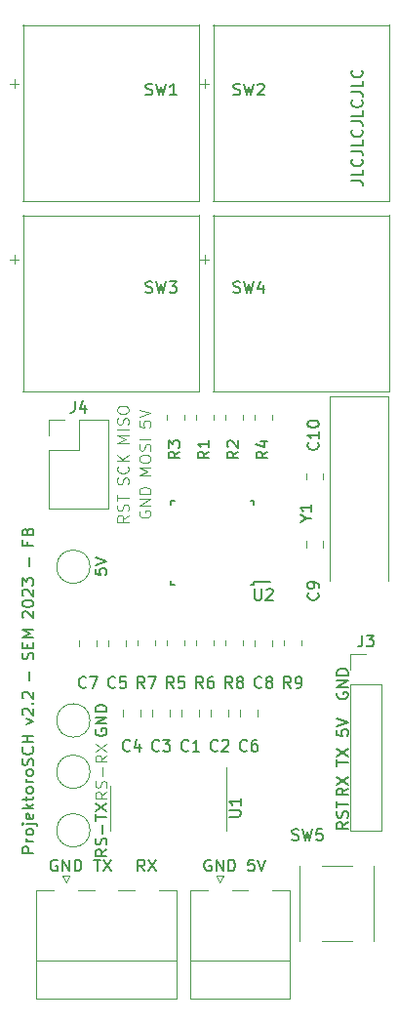
<source format=gbr>
%TF.GenerationSoftware,KiCad,Pcbnew,(7.0.0)*%
%TF.CreationDate,2023-10-20T06:38:37+02:00*%
%TF.ProjectId,SEM_ProjektoroSCH-Rev2,53454d5f-5072-46f6-9a65-6b746f726f53,2.3*%
%TF.SameCoordinates,Original*%
%TF.FileFunction,Legend,Top*%
%TF.FilePolarity,Positive*%
%FSLAX46Y46*%
G04 Gerber Fmt 4.6, Leading zero omitted, Abs format (unit mm)*
G04 Created by KiCad (PCBNEW (7.0.0)) date 2023-10-20 06:38:37*
%MOMM*%
%LPD*%
G01*
G04 APERTURE LIST*
%ADD10C,0.150000*%
%ADD11C,0.125000*%
%ADD12C,0.120000*%
G04 APERTURE END LIST*
D10*
%TO.C,R8*%
X147788333Y-108952380D02*
X147455000Y-108476190D01*
X147216905Y-108952380D02*
X147216905Y-107952380D01*
X147216905Y-107952380D02*
X147597857Y-107952380D01*
X147597857Y-107952380D02*
X147693095Y-108000000D01*
X147693095Y-108000000D02*
X147740714Y-108047619D01*
X147740714Y-108047619D02*
X147788333Y-108142857D01*
X147788333Y-108142857D02*
X147788333Y-108285714D01*
X147788333Y-108285714D02*
X147740714Y-108380952D01*
X147740714Y-108380952D02*
X147693095Y-108428571D01*
X147693095Y-108428571D02*
X147597857Y-108476190D01*
X147597857Y-108476190D02*
X147216905Y-108476190D01*
X148359762Y-108380952D02*
X148264524Y-108333333D01*
X148264524Y-108333333D02*
X148216905Y-108285714D01*
X148216905Y-108285714D02*
X148169286Y-108190476D01*
X148169286Y-108190476D02*
X148169286Y-108142857D01*
X148169286Y-108142857D02*
X148216905Y-108047619D01*
X148216905Y-108047619D02*
X148264524Y-108000000D01*
X148264524Y-108000000D02*
X148359762Y-107952380D01*
X148359762Y-107952380D02*
X148550238Y-107952380D01*
X148550238Y-107952380D02*
X148645476Y-108000000D01*
X148645476Y-108000000D02*
X148693095Y-108047619D01*
X148693095Y-108047619D02*
X148740714Y-108142857D01*
X148740714Y-108142857D02*
X148740714Y-108190476D01*
X148740714Y-108190476D02*
X148693095Y-108285714D01*
X148693095Y-108285714D02*
X148645476Y-108333333D01*
X148645476Y-108333333D02*
X148550238Y-108380952D01*
X148550238Y-108380952D02*
X148359762Y-108380952D01*
X148359762Y-108380952D02*
X148264524Y-108428571D01*
X148264524Y-108428571D02*
X148216905Y-108476190D01*
X148216905Y-108476190D02*
X148169286Y-108571428D01*
X148169286Y-108571428D02*
X148169286Y-108761904D01*
X148169286Y-108761904D02*
X148216905Y-108857142D01*
X148216905Y-108857142D02*
X148264524Y-108904761D01*
X148264524Y-108904761D02*
X148359762Y-108952380D01*
X148359762Y-108952380D02*
X148550238Y-108952380D01*
X148550238Y-108952380D02*
X148645476Y-108904761D01*
X148645476Y-108904761D02*
X148693095Y-108857142D01*
X148693095Y-108857142D02*
X148740714Y-108761904D01*
X148740714Y-108761904D02*
X148740714Y-108571428D01*
X148740714Y-108571428D02*
X148693095Y-108476190D01*
X148693095Y-108476190D02*
X148645476Y-108428571D01*
X148645476Y-108428571D02*
X148550238Y-108380952D01*
%TO.C,R7*%
X140168333Y-108952380D02*
X139835000Y-108476190D01*
X139596905Y-108952380D02*
X139596905Y-107952380D01*
X139596905Y-107952380D02*
X139977857Y-107952380D01*
X139977857Y-107952380D02*
X140073095Y-108000000D01*
X140073095Y-108000000D02*
X140120714Y-108047619D01*
X140120714Y-108047619D02*
X140168333Y-108142857D01*
X140168333Y-108142857D02*
X140168333Y-108285714D01*
X140168333Y-108285714D02*
X140120714Y-108380952D01*
X140120714Y-108380952D02*
X140073095Y-108428571D01*
X140073095Y-108428571D02*
X139977857Y-108476190D01*
X139977857Y-108476190D02*
X139596905Y-108476190D01*
X140501667Y-107952380D02*
X141168333Y-107952380D01*
X141168333Y-107952380D02*
X140739762Y-108952380D01*
%TO.C,R2*%
X148322380Y-88431666D02*
X147846190Y-88764999D01*
X148322380Y-89003094D02*
X147322380Y-89003094D01*
X147322380Y-89003094D02*
X147322380Y-88622142D01*
X147322380Y-88622142D02*
X147370000Y-88526904D01*
X147370000Y-88526904D02*
X147417619Y-88479285D01*
X147417619Y-88479285D02*
X147512857Y-88431666D01*
X147512857Y-88431666D02*
X147655714Y-88431666D01*
X147655714Y-88431666D02*
X147750952Y-88479285D01*
X147750952Y-88479285D02*
X147798571Y-88526904D01*
X147798571Y-88526904D02*
X147846190Y-88622142D01*
X147846190Y-88622142D02*
X147846190Y-89003094D01*
X147417619Y-88050713D02*
X147370000Y-88003094D01*
X147370000Y-88003094D02*
X147322380Y-87907856D01*
X147322380Y-87907856D02*
X147322380Y-87669761D01*
X147322380Y-87669761D02*
X147370000Y-87574523D01*
X147370000Y-87574523D02*
X147417619Y-87526904D01*
X147417619Y-87526904D02*
X147512857Y-87479285D01*
X147512857Y-87479285D02*
X147608095Y-87479285D01*
X147608095Y-87479285D02*
X147750952Y-87526904D01*
X147750952Y-87526904D02*
X148322380Y-88098332D01*
X148322380Y-88098332D02*
X148322380Y-87479285D01*
%TO.C,Y1*%
X154196190Y-94233690D02*
X154672380Y-94233690D01*
X153672380Y-94567023D02*
X154196190Y-94233690D01*
X154196190Y-94233690D02*
X153672380Y-93900357D01*
X154672380Y-93043214D02*
X154672380Y-93614642D01*
X154672380Y-93328928D02*
X153672380Y-93328928D01*
X153672380Y-93328928D02*
X153815238Y-93424166D01*
X153815238Y-93424166D02*
X153910476Y-93519404D01*
X153910476Y-93519404D02*
X153958095Y-93614642D01*
%TO.C,R4*%
X150862380Y-88431666D02*
X150386190Y-88764999D01*
X150862380Y-89003094D02*
X149862380Y-89003094D01*
X149862380Y-89003094D02*
X149862380Y-88622142D01*
X149862380Y-88622142D02*
X149910000Y-88526904D01*
X149910000Y-88526904D02*
X149957619Y-88479285D01*
X149957619Y-88479285D02*
X150052857Y-88431666D01*
X150052857Y-88431666D02*
X150195714Y-88431666D01*
X150195714Y-88431666D02*
X150290952Y-88479285D01*
X150290952Y-88479285D02*
X150338571Y-88526904D01*
X150338571Y-88526904D02*
X150386190Y-88622142D01*
X150386190Y-88622142D02*
X150386190Y-89003094D01*
X150195714Y-87574523D02*
X150862380Y-87574523D01*
X149814761Y-87812618D02*
X150529047Y-88050713D01*
X150529047Y-88050713D02*
X150529047Y-87431666D01*
%TO.C,C1*%
X143978333Y-114339642D02*
X143930714Y-114387261D01*
X143930714Y-114387261D02*
X143787857Y-114434880D01*
X143787857Y-114434880D02*
X143692619Y-114434880D01*
X143692619Y-114434880D02*
X143549762Y-114387261D01*
X143549762Y-114387261D02*
X143454524Y-114292023D01*
X143454524Y-114292023D02*
X143406905Y-114196785D01*
X143406905Y-114196785D02*
X143359286Y-114006309D01*
X143359286Y-114006309D02*
X143359286Y-113863452D01*
X143359286Y-113863452D02*
X143406905Y-113672976D01*
X143406905Y-113672976D02*
X143454524Y-113577738D01*
X143454524Y-113577738D02*
X143549762Y-113482500D01*
X143549762Y-113482500D02*
X143692619Y-113434880D01*
X143692619Y-113434880D02*
X143787857Y-113434880D01*
X143787857Y-113434880D02*
X143930714Y-113482500D01*
X143930714Y-113482500D02*
X143978333Y-113530119D01*
X144930714Y-114434880D02*
X144359286Y-114434880D01*
X144645000Y-114434880D02*
X144645000Y-113434880D01*
X144645000Y-113434880D02*
X144549762Y-113577738D01*
X144549762Y-113577738D02*
X144454524Y-113672976D01*
X144454524Y-113672976D02*
X144359286Y-113720595D01*
%TO.C,U2*%
X149733095Y-100332380D02*
X149733095Y-101141904D01*
X149733095Y-101141904D02*
X149780714Y-101237142D01*
X149780714Y-101237142D02*
X149828333Y-101284761D01*
X149828333Y-101284761D02*
X149923571Y-101332380D01*
X149923571Y-101332380D02*
X150114047Y-101332380D01*
X150114047Y-101332380D02*
X150209285Y-101284761D01*
X150209285Y-101284761D02*
X150256904Y-101237142D01*
X150256904Y-101237142D02*
X150304523Y-101141904D01*
X150304523Y-101141904D02*
X150304523Y-100332380D01*
X150733095Y-100427619D02*
X150780714Y-100380000D01*
X150780714Y-100380000D02*
X150875952Y-100332380D01*
X150875952Y-100332380D02*
X151114047Y-100332380D01*
X151114047Y-100332380D02*
X151209285Y-100380000D01*
X151209285Y-100380000D02*
X151256904Y-100427619D01*
X151256904Y-100427619D02*
X151304523Y-100522857D01*
X151304523Y-100522857D02*
X151304523Y-100618095D01*
X151304523Y-100618095D02*
X151256904Y-100760952D01*
X151256904Y-100760952D02*
X150685476Y-101332380D01*
X150685476Y-101332380D02*
X151304523Y-101332380D01*
%TO.C,RS-TX*%
X136892380Y-122927857D02*
X136416190Y-123261190D01*
X136892380Y-123499285D02*
X135892380Y-123499285D01*
X135892380Y-123499285D02*
X135892380Y-123118333D01*
X135892380Y-123118333D02*
X135940000Y-123023095D01*
X135940000Y-123023095D02*
X135987619Y-122975476D01*
X135987619Y-122975476D02*
X136082857Y-122927857D01*
X136082857Y-122927857D02*
X136225714Y-122927857D01*
X136225714Y-122927857D02*
X136320952Y-122975476D01*
X136320952Y-122975476D02*
X136368571Y-123023095D01*
X136368571Y-123023095D02*
X136416190Y-123118333D01*
X136416190Y-123118333D02*
X136416190Y-123499285D01*
X136844761Y-122546904D02*
X136892380Y-122404047D01*
X136892380Y-122404047D02*
X136892380Y-122165952D01*
X136892380Y-122165952D02*
X136844761Y-122070714D01*
X136844761Y-122070714D02*
X136797142Y-122023095D01*
X136797142Y-122023095D02*
X136701904Y-121975476D01*
X136701904Y-121975476D02*
X136606666Y-121975476D01*
X136606666Y-121975476D02*
X136511428Y-122023095D01*
X136511428Y-122023095D02*
X136463809Y-122070714D01*
X136463809Y-122070714D02*
X136416190Y-122165952D01*
X136416190Y-122165952D02*
X136368571Y-122356428D01*
X136368571Y-122356428D02*
X136320952Y-122451666D01*
X136320952Y-122451666D02*
X136273333Y-122499285D01*
X136273333Y-122499285D02*
X136178095Y-122546904D01*
X136178095Y-122546904D02*
X136082857Y-122546904D01*
X136082857Y-122546904D02*
X135987619Y-122499285D01*
X135987619Y-122499285D02*
X135940000Y-122451666D01*
X135940000Y-122451666D02*
X135892380Y-122356428D01*
X135892380Y-122356428D02*
X135892380Y-122118333D01*
X135892380Y-122118333D02*
X135940000Y-121975476D01*
X136511428Y-121546904D02*
X136511428Y-120785000D01*
X135892380Y-120451666D02*
X135892380Y-119880238D01*
X136892380Y-120165952D02*
X135892380Y-120165952D01*
X135892380Y-119642142D02*
X136892380Y-118975476D01*
X135892380Y-118975476D02*
X136892380Y-119642142D01*
D11*
%TO.C,RS-RX*%
X136892380Y-117966904D02*
X136416190Y-118300237D01*
X136892380Y-118538332D02*
X135892380Y-118538332D01*
X135892380Y-118538332D02*
X135892380Y-118157380D01*
X135892380Y-118157380D02*
X135940000Y-118062142D01*
X135940000Y-118062142D02*
X135987619Y-118014523D01*
X135987619Y-118014523D02*
X136082857Y-117966904D01*
X136082857Y-117966904D02*
X136225714Y-117966904D01*
X136225714Y-117966904D02*
X136320952Y-118014523D01*
X136320952Y-118014523D02*
X136368571Y-118062142D01*
X136368571Y-118062142D02*
X136416190Y-118157380D01*
X136416190Y-118157380D02*
X136416190Y-118538332D01*
X136844761Y-117585951D02*
X136892380Y-117443094D01*
X136892380Y-117443094D02*
X136892380Y-117204999D01*
X136892380Y-117204999D02*
X136844761Y-117109761D01*
X136844761Y-117109761D02*
X136797142Y-117062142D01*
X136797142Y-117062142D02*
X136701904Y-117014523D01*
X136701904Y-117014523D02*
X136606666Y-117014523D01*
X136606666Y-117014523D02*
X136511428Y-117062142D01*
X136511428Y-117062142D02*
X136463809Y-117109761D01*
X136463809Y-117109761D02*
X136416190Y-117204999D01*
X136416190Y-117204999D02*
X136368571Y-117395475D01*
X136368571Y-117395475D02*
X136320952Y-117490713D01*
X136320952Y-117490713D02*
X136273333Y-117538332D01*
X136273333Y-117538332D02*
X136178095Y-117585951D01*
X136178095Y-117585951D02*
X136082857Y-117585951D01*
X136082857Y-117585951D02*
X135987619Y-117538332D01*
X135987619Y-117538332D02*
X135940000Y-117490713D01*
X135940000Y-117490713D02*
X135892380Y-117395475D01*
X135892380Y-117395475D02*
X135892380Y-117157380D01*
X135892380Y-117157380D02*
X135940000Y-117014523D01*
X136511428Y-116585951D02*
X136511428Y-115824047D01*
X136892380Y-114776428D02*
X136416190Y-115109761D01*
X136892380Y-115347856D02*
X135892380Y-115347856D01*
X135892380Y-115347856D02*
X135892380Y-114966904D01*
X135892380Y-114966904D02*
X135940000Y-114871666D01*
X135940000Y-114871666D02*
X135987619Y-114824047D01*
X135987619Y-114824047D02*
X136082857Y-114776428D01*
X136082857Y-114776428D02*
X136225714Y-114776428D01*
X136225714Y-114776428D02*
X136320952Y-114824047D01*
X136320952Y-114824047D02*
X136368571Y-114871666D01*
X136368571Y-114871666D02*
X136416190Y-114966904D01*
X136416190Y-114966904D02*
X136416190Y-115347856D01*
X135892380Y-114443094D02*
X136892380Y-113776428D01*
X135892380Y-113776428D02*
X136892380Y-114443094D01*
D10*
%TO.C,C8*%
X150328333Y-108857142D02*
X150280714Y-108904761D01*
X150280714Y-108904761D02*
X150137857Y-108952380D01*
X150137857Y-108952380D02*
X150042619Y-108952380D01*
X150042619Y-108952380D02*
X149899762Y-108904761D01*
X149899762Y-108904761D02*
X149804524Y-108809523D01*
X149804524Y-108809523D02*
X149756905Y-108714285D01*
X149756905Y-108714285D02*
X149709286Y-108523809D01*
X149709286Y-108523809D02*
X149709286Y-108380952D01*
X149709286Y-108380952D02*
X149756905Y-108190476D01*
X149756905Y-108190476D02*
X149804524Y-108095238D01*
X149804524Y-108095238D02*
X149899762Y-108000000D01*
X149899762Y-108000000D02*
X150042619Y-107952380D01*
X150042619Y-107952380D02*
X150137857Y-107952380D01*
X150137857Y-107952380D02*
X150280714Y-108000000D01*
X150280714Y-108000000D02*
X150328333Y-108047619D01*
X150899762Y-108380952D02*
X150804524Y-108333333D01*
X150804524Y-108333333D02*
X150756905Y-108285714D01*
X150756905Y-108285714D02*
X150709286Y-108190476D01*
X150709286Y-108190476D02*
X150709286Y-108142857D01*
X150709286Y-108142857D02*
X150756905Y-108047619D01*
X150756905Y-108047619D02*
X150804524Y-108000000D01*
X150804524Y-108000000D02*
X150899762Y-107952380D01*
X150899762Y-107952380D02*
X151090238Y-107952380D01*
X151090238Y-107952380D02*
X151185476Y-108000000D01*
X151185476Y-108000000D02*
X151233095Y-108047619D01*
X151233095Y-108047619D02*
X151280714Y-108142857D01*
X151280714Y-108142857D02*
X151280714Y-108190476D01*
X151280714Y-108190476D02*
X151233095Y-108285714D01*
X151233095Y-108285714D02*
X151185476Y-108333333D01*
X151185476Y-108333333D02*
X151090238Y-108380952D01*
X151090238Y-108380952D02*
X150899762Y-108380952D01*
X150899762Y-108380952D02*
X150804524Y-108428571D01*
X150804524Y-108428571D02*
X150756905Y-108476190D01*
X150756905Y-108476190D02*
X150709286Y-108571428D01*
X150709286Y-108571428D02*
X150709286Y-108761904D01*
X150709286Y-108761904D02*
X150756905Y-108857142D01*
X150756905Y-108857142D02*
X150804524Y-108904761D01*
X150804524Y-108904761D02*
X150899762Y-108952380D01*
X150899762Y-108952380D02*
X151090238Y-108952380D01*
X151090238Y-108952380D02*
X151185476Y-108904761D01*
X151185476Y-108904761D02*
X151233095Y-108857142D01*
X151233095Y-108857142D02*
X151280714Y-108761904D01*
X151280714Y-108761904D02*
X151280714Y-108571428D01*
X151280714Y-108571428D02*
X151233095Y-108476190D01*
X151233095Y-108476190D02*
X151185476Y-108428571D01*
X151185476Y-108428571D02*
X151090238Y-108380952D01*
%TO.C,R1*%
X145782380Y-88431666D02*
X145306190Y-88764999D01*
X145782380Y-89003094D02*
X144782380Y-89003094D01*
X144782380Y-89003094D02*
X144782380Y-88622142D01*
X144782380Y-88622142D02*
X144830000Y-88526904D01*
X144830000Y-88526904D02*
X144877619Y-88479285D01*
X144877619Y-88479285D02*
X144972857Y-88431666D01*
X144972857Y-88431666D02*
X145115714Y-88431666D01*
X145115714Y-88431666D02*
X145210952Y-88479285D01*
X145210952Y-88479285D02*
X145258571Y-88526904D01*
X145258571Y-88526904D02*
X145306190Y-88622142D01*
X145306190Y-88622142D02*
X145306190Y-89003094D01*
X145782380Y-87479285D02*
X145782380Y-88050713D01*
X145782380Y-87764999D02*
X144782380Y-87764999D01*
X144782380Y-87764999D02*
X144925238Y-87860237D01*
X144925238Y-87860237D02*
X145020476Y-87955475D01*
X145020476Y-87955475D02*
X145068095Y-88050713D01*
%TO.C,C10*%
X155212142Y-87657857D02*
X155259761Y-87705476D01*
X155259761Y-87705476D02*
X155307380Y-87848333D01*
X155307380Y-87848333D02*
X155307380Y-87943571D01*
X155307380Y-87943571D02*
X155259761Y-88086428D01*
X155259761Y-88086428D02*
X155164523Y-88181666D01*
X155164523Y-88181666D02*
X155069285Y-88229285D01*
X155069285Y-88229285D02*
X154878809Y-88276904D01*
X154878809Y-88276904D02*
X154735952Y-88276904D01*
X154735952Y-88276904D02*
X154545476Y-88229285D01*
X154545476Y-88229285D02*
X154450238Y-88181666D01*
X154450238Y-88181666D02*
X154355000Y-88086428D01*
X154355000Y-88086428D02*
X154307380Y-87943571D01*
X154307380Y-87943571D02*
X154307380Y-87848333D01*
X154307380Y-87848333D02*
X154355000Y-87705476D01*
X154355000Y-87705476D02*
X154402619Y-87657857D01*
X155307380Y-86705476D02*
X155307380Y-87276904D01*
X155307380Y-86991190D02*
X154307380Y-86991190D01*
X154307380Y-86991190D02*
X154450238Y-87086428D01*
X154450238Y-87086428D02*
X154545476Y-87181666D01*
X154545476Y-87181666D02*
X154593095Y-87276904D01*
X154307380Y-86086428D02*
X154307380Y-85991190D01*
X154307380Y-85991190D02*
X154355000Y-85895952D01*
X154355000Y-85895952D02*
X154402619Y-85848333D01*
X154402619Y-85848333D02*
X154497857Y-85800714D01*
X154497857Y-85800714D02*
X154688333Y-85753095D01*
X154688333Y-85753095D02*
X154926428Y-85753095D01*
X154926428Y-85753095D02*
X155116904Y-85800714D01*
X155116904Y-85800714D02*
X155212142Y-85848333D01*
X155212142Y-85848333D02*
X155259761Y-85895952D01*
X155259761Y-85895952D02*
X155307380Y-85991190D01*
X155307380Y-85991190D02*
X155307380Y-86086428D01*
X155307380Y-86086428D02*
X155259761Y-86181666D01*
X155259761Y-86181666D02*
X155212142Y-86229285D01*
X155212142Y-86229285D02*
X155116904Y-86276904D01*
X155116904Y-86276904D02*
X154926428Y-86324523D01*
X154926428Y-86324523D02*
X154688333Y-86324523D01*
X154688333Y-86324523D02*
X154497857Y-86276904D01*
X154497857Y-86276904D02*
X154402619Y-86229285D01*
X154402619Y-86229285D02*
X154355000Y-86181666D01*
X154355000Y-86181666D02*
X154307380Y-86086428D01*
%TO.C,C7*%
X135088333Y-108857142D02*
X135040714Y-108904761D01*
X135040714Y-108904761D02*
X134897857Y-108952380D01*
X134897857Y-108952380D02*
X134802619Y-108952380D01*
X134802619Y-108952380D02*
X134659762Y-108904761D01*
X134659762Y-108904761D02*
X134564524Y-108809523D01*
X134564524Y-108809523D02*
X134516905Y-108714285D01*
X134516905Y-108714285D02*
X134469286Y-108523809D01*
X134469286Y-108523809D02*
X134469286Y-108380952D01*
X134469286Y-108380952D02*
X134516905Y-108190476D01*
X134516905Y-108190476D02*
X134564524Y-108095238D01*
X134564524Y-108095238D02*
X134659762Y-108000000D01*
X134659762Y-108000000D02*
X134802619Y-107952380D01*
X134802619Y-107952380D02*
X134897857Y-107952380D01*
X134897857Y-107952380D02*
X135040714Y-108000000D01*
X135040714Y-108000000D02*
X135088333Y-108047619D01*
X135421667Y-107952380D02*
X136088333Y-107952380D01*
X136088333Y-107952380D02*
X135659762Y-108952380D01*
%TO.C,R5*%
X142708333Y-108952380D02*
X142375000Y-108476190D01*
X142136905Y-108952380D02*
X142136905Y-107952380D01*
X142136905Y-107952380D02*
X142517857Y-107952380D01*
X142517857Y-107952380D02*
X142613095Y-108000000D01*
X142613095Y-108000000D02*
X142660714Y-108047619D01*
X142660714Y-108047619D02*
X142708333Y-108142857D01*
X142708333Y-108142857D02*
X142708333Y-108285714D01*
X142708333Y-108285714D02*
X142660714Y-108380952D01*
X142660714Y-108380952D02*
X142613095Y-108428571D01*
X142613095Y-108428571D02*
X142517857Y-108476190D01*
X142517857Y-108476190D02*
X142136905Y-108476190D01*
X143613095Y-107952380D02*
X143136905Y-107952380D01*
X143136905Y-107952380D02*
X143089286Y-108428571D01*
X143089286Y-108428571D02*
X143136905Y-108380952D01*
X143136905Y-108380952D02*
X143232143Y-108333333D01*
X143232143Y-108333333D02*
X143470238Y-108333333D01*
X143470238Y-108333333D02*
X143565476Y-108380952D01*
X143565476Y-108380952D02*
X143613095Y-108428571D01*
X143613095Y-108428571D02*
X143660714Y-108523809D01*
X143660714Y-108523809D02*
X143660714Y-108761904D01*
X143660714Y-108761904D02*
X143613095Y-108857142D01*
X143613095Y-108857142D02*
X143565476Y-108904761D01*
X143565476Y-108904761D02*
X143470238Y-108952380D01*
X143470238Y-108952380D02*
X143232143Y-108952380D01*
X143232143Y-108952380D02*
X143136905Y-108904761D01*
X143136905Y-108904761D02*
X143089286Y-108857142D01*
%TO.C,R6*%
X145248333Y-108952380D02*
X144915000Y-108476190D01*
X144676905Y-108952380D02*
X144676905Y-107952380D01*
X144676905Y-107952380D02*
X145057857Y-107952380D01*
X145057857Y-107952380D02*
X145153095Y-108000000D01*
X145153095Y-108000000D02*
X145200714Y-108047619D01*
X145200714Y-108047619D02*
X145248333Y-108142857D01*
X145248333Y-108142857D02*
X145248333Y-108285714D01*
X145248333Y-108285714D02*
X145200714Y-108380952D01*
X145200714Y-108380952D02*
X145153095Y-108428571D01*
X145153095Y-108428571D02*
X145057857Y-108476190D01*
X145057857Y-108476190D02*
X144676905Y-108476190D01*
X146105476Y-107952380D02*
X145915000Y-107952380D01*
X145915000Y-107952380D02*
X145819762Y-108000000D01*
X145819762Y-108000000D02*
X145772143Y-108047619D01*
X145772143Y-108047619D02*
X145676905Y-108190476D01*
X145676905Y-108190476D02*
X145629286Y-108380952D01*
X145629286Y-108380952D02*
X145629286Y-108761904D01*
X145629286Y-108761904D02*
X145676905Y-108857142D01*
X145676905Y-108857142D02*
X145724524Y-108904761D01*
X145724524Y-108904761D02*
X145819762Y-108952380D01*
X145819762Y-108952380D02*
X146010238Y-108952380D01*
X146010238Y-108952380D02*
X146105476Y-108904761D01*
X146105476Y-108904761D02*
X146153095Y-108857142D01*
X146153095Y-108857142D02*
X146200714Y-108761904D01*
X146200714Y-108761904D02*
X146200714Y-108523809D01*
X146200714Y-108523809D02*
X146153095Y-108428571D01*
X146153095Y-108428571D02*
X146105476Y-108380952D01*
X146105476Y-108380952D02*
X146010238Y-108333333D01*
X146010238Y-108333333D02*
X145819762Y-108333333D01*
X145819762Y-108333333D02*
X145724524Y-108380952D01*
X145724524Y-108380952D02*
X145676905Y-108428571D01*
X145676905Y-108428571D02*
X145629286Y-108523809D01*
%TO.C,C3*%
X141438333Y-114339642D02*
X141390714Y-114387261D01*
X141390714Y-114387261D02*
X141247857Y-114434880D01*
X141247857Y-114434880D02*
X141152619Y-114434880D01*
X141152619Y-114434880D02*
X141009762Y-114387261D01*
X141009762Y-114387261D02*
X140914524Y-114292023D01*
X140914524Y-114292023D02*
X140866905Y-114196785D01*
X140866905Y-114196785D02*
X140819286Y-114006309D01*
X140819286Y-114006309D02*
X140819286Y-113863452D01*
X140819286Y-113863452D02*
X140866905Y-113672976D01*
X140866905Y-113672976D02*
X140914524Y-113577738D01*
X140914524Y-113577738D02*
X141009762Y-113482500D01*
X141009762Y-113482500D02*
X141152619Y-113434880D01*
X141152619Y-113434880D02*
X141247857Y-113434880D01*
X141247857Y-113434880D02*
X141390714Y-113482500D01*
X141390714Y-113482500D02*
X141438333Y-113530119D01*
X141771667Y-113434880D02*
X142390714Y-113434880D01*
X142390714Y-113434880D02*
X142057381Y-113815833D01*
X142057381Y-113815833D02*
X142200238Y-113815833D01*
X142200238Y-113815833D02*
X142295476Y-113863452D01*
X142295476Y-113863452D02*
X142343095Y-113911071D01*
X142343095Y-113911071D02*
X142390714Y-114006309D01*
X142390714Y-114006309D02*
X142390714Y-114244404D01*
X142390714Y-114244404D02*
X142343095Y-114339642D01*
X142343095Y-114339642D02*
X142295476Y-114387261D01*
X142295476Y-114387261D02*
X142200238Y-114434880D01*
X142200238Y-114434880D02*
X141914524Y-114434880D01*
X141914524Y-114434880D02*
X141819286Y-114387261D01*
X141819286Y-114387261D02*
X141771667Y-114339642D01*
%TO.C,SW4*%
X147891667Y-74614761D02*
X148034524Y-74662380D01*
X148034524Y-74662380D02*
X148272619Y-74662380D01*
X148272619Y-74662380D02*
X148367857Y-74614761D01*
X148367857Y-74614761D02*
X148415476Y-74567142D01*
X148415476Y-74567142D02*
X148463095Y-74471904D01*
X148463095Y-74471904D02*
X148463095Y-74376666D01*
X148463095Y-74376666D02*
X148415476Y-74281428D01*
X148415476Y-74281428D02*
X148367857Y-74233809D01*
X148367857Y-74233809D02*
X148272619Y-74186190D01*
X148272619Y-74186190D02*
X148082143Y-74138571D01*
X148082143Y-74138571D02*
X147986905Y-74090952D01*
X147986905Y-74090952D02*
X147939286Y-74043333D01*
X147939286Y-74043333D02*
X147891667Y-73948095D01*
X147891667Y-73948095D02*
X147891667Y-73852857D01*
X147891667Y-73852857D02*
X147939286Y-73757619D01*
X147939286Y-73757619D02*
X147986905Y-73710000D01*
X147986905Y-73710000D02*
X148082143Y-73662380D01*
X148082143Y-73662380D02*
X148320238Y-73662380D01*
X148320238Y-73662380D02*
X148463095Y-73710000D01*
X148796429Y-73662380D02*
X149034524Y-74662380D01*
X149034524Y-74662380D02*
X149225000Y-73948095D01*
X149225000Y-73948095D02*
X149415476Y-74662380D01*
X149415476Y-74662380D02*
X149653572Y-73662380D01*
X150463095Y-73995714D02*
X150463095Y-74662380D01*
X150225000Y-73614761D02*
X149986905Y-74329047D01*
X149986905Y-74329047D02*
X150605952Y-74329047D01*
%TO.C,C4*%
X138898333Y-114339642D02*
X138850714Y-114387261D01*
X138850714Y-114387261D02*
X138707857Y-114434880D01*
X138707857Y-114434880D02*
X138612619Y-114434880D01*
X138612619Y-114434880D02*
X138469762Y-114387261D01*
X138469762Y-114387261D02*
X138374524Y-114292023D01*
X138374524Y-114292023D02*
X138326905Y-114196785D01*
X138326905Y-114196785D02*
X138279286Y-114006309D01*
X138279286Y-114006309D02*
X138279286Y-113863452D01*
X138279286Y-113863452D02*
X138326905Y-113672976D01*
X138326905Y-113672976D02*
X138374524Y-113577738D01*
X138374524Y-113577738D02*
X138469762Y-113482500D01*
X138469762Y-113482500D02*
X138612619Y-113434880D01*
X138612619Y-113434880D02*
X138707857Y-113434880D01*
X138707857Y-113434880D02*
X138850714Y-113482500D01*
X138850714Y-113482500D02*
X138898333Y-113530119D01*
X139755476Y-113768214D02*
X139755476Y-114434880D01*
X139517381Y-113387261D02*
X139279286Y-114101547D01*
X139279286Y-114101547D02*
X139898333Y-114101547D01*
%TO.C,C5*%
X137628333Y-108857142D02*
X137580714Y-108904761D01*
X137580714Y-108904761D02*
X137437857Y-108952380D01*
X137437857Y-108952380D02*
X137342619Y-108952380D01*
X137342619Y-108952380D02*
X137199762Y-108904761D01*
X137199762Y-108904761D02*
X137104524Y-108809523D01*
X137104524Y-108809523D02*
X137056905Y-108714285D01*
X137056905Y-108714285D02*
X137009286Y-108523809D01*
X137009286Y-108523809D02*
X137009286Y-108380952D01*
X137009286Y-108380952D02*
X137056905Y-108190476D01*
X137056905Y-108190476D02*
X137104524Y-108095238D01*
X137104524Y-108095238D02*
X137199762Y-108000000D01*
X137199762Y-108000000D02*
X137342619Y-107952380D01*
X137342619Y-107952380D02*
X137437857Y-107952380D01*
X137437857Y-107952380D02*
X137580714Y-108000000D01*
X137580714Y-108000000D02*
X137628333Y-108047619D01*
X138533095Y-107952380D02*
X138056905Y-107952380D01*
X138056905Y-107952380D02*
X138009286Y-108428571D01*
X138009286Y-108428571D02*
X138056905Y-108380952D01*
X138056905Y-108380952D02*
X138152143Y-108333333D01*
X138152143Y-108333333D02*
X138390238Y-108333333D01*
X138390238Y-108333333D02*
X138485476Y-108380952D01*
X138485476Y-108380952D02*
X138533095Y-108428571D01*
X138533095Y-108428571D02*
X138580714Y-108523809D01*
X138580714Y-108523809D02*
X138580714Y-108761904D01*
X138580714Y-108761904D02*
X138533095Y-108857142D01*
X138533095Y-108857142D02*
X138485476Y-108904761D01*
X138485476Y-108904761D02*
X138390238Y-108952380D01*
X138390238Y-108952380D02*
X138152143Y-108952380D01*
X138152143Y-108952380D02*
X138056905Y-108904761D01*
X138056905Y-108904761D02*
X138009286Y-108857142D01*
%TO.C,C9*%
X155212142Y-100686666D02*
X155259761Y-100734285D01*
X155259761Y-100734285D02*
X155307380Y-100877142D01*
X155307380Y-100877142D02*
X155307380Y-100972380D01*
X155307380Y-100972380D02*
X155259761Y-101115237D01*
X155259761Y-101115237D02*
X155164523Y-101210475D01*
X155164523Y-101210475D02*
X155069285Y-101258094D01*
X155069285Y-101258094D02*
X154878809Y-101305713D01*
X154878809Y-101305713D02*
X154735952Y-101305713D01*
X154735952Y-101305713D02*
X154545476Y-101258094D01*
X154545476Y-101258094D02*
X154450238Y-101210475D01*
X154450238Y-101210475D02*
X154355000Y-101115237D01*
X154355000Y-101115237D02*
X154307380Y-100972380D01*
X154307380Y-100972380D02*
X154307380Y-100877142D01*
X154307380Y-100877142D02*
X154355000Y-100734285D01*
X154355000Y-100734285D02*
X154402619Y-100686666D01*
X155307380Y-100210475D02*
X155307380Y-100019999D01*
X155307380Y-100019999D02*
X155259761Y-99924761D01*
X155259761Y-99924761D02*
X155212142Y-99877142D01*
X155212142Y-99877142D02*
X155069285Y-99781904D01*
X155069285Y-99781904D02*
X154878809Y-99734285D01*
X154878809Y-99734285D02*
X154497857Y-99734285D01*
X154497857Y-99734285D02*
X154402619Y-99781904D01*
X154402619Y-99781904D02*
X154355000Y-99829523D01*
X154355000Y-99829523D02*
X154307380Y-99924761D01*
X154307380Y-99924761D02*
X154307380Y-100115237D01*
X154307380Y-100115237D02*
X154355000Y-100210475D01*
X154355000Y-100210475D02*
X154402619Y-100258094D01*
X154402619Y-100258094D02*
X154497857Y-100305713D01*
X154497857Y-100305713D02*
X154735952Y-100305713D01*
X154735952Y-100305713D02*
X154831190Y-100258094D01*
X154831190Y-100258094D02*
X154878809Y-100210475D01*
X154878809Y-100210475D02*
X154926428Y-100115237D01*
X154926428Y-100115237D02*
X154926428Y-99924761D01*
X154926428Y-99924761D02*
X154878809Y-99829523D01*
X154878809Y-99829523D02*
X154831190Y-99781904D01*
X154831190Y-99781904D02*
X154735952Y-99734285D01*
%TO.C,J3*%
X159051666Y-104352380D02*
X159051666Y-105066666D01*
X159051666Y-105066666D02*
X159004047Y-105209523D01*
X159004047Y-105209523D02*
X158908809Y-105304761D01*
X158908809Y-105304761D02*
X158765952Y-105352380D01*
X158765952Y-105352380D02*
X158670714Y-105352380D01*
X159432619Y-104352380D02*
X160051666Y-104352380D01*
X160051666Y-104352380D02*
X159718333Y-104733333D01*
X159718333Y-104733333D02*
X159861190Y-104733333D01*
X159861190Y-104733333D02*
X159956428Y-104780952D01*
X159956428Y-104780952D02*
X160004047Y-104828571D01*
X160004047Y-104828571D02*
X160051666Y-104923809D01*
X160051666Y-104923809D02*
X160051666Y-105161904D01*
X160051666Y-105161904D02*
X160004047Y-105257142D01*
X160004047Y-105257142D02*
X159956428Y-105304761D01*
X159956428Y-105304761D02*
X159861190Y-105352380D01*
X159861190Y-105352380D02*
X159575476Y-105352380D01*
X159575476Y-105352380D02*
X159480238Y-105304761D01*
X159480238Y-105304761D02*
X159432619Y-105257142D01*
%TO.C,C6*%
X149058333Y-114339642D02*
X149010714Y-114387261D01*
X149010714Y-114387261D02*
X148867857Y-114434880D01*
X148867857Y-114434880D02*
X148772619Y-114434880D01*
X148772619Y-114434880D02*
X148629762Y-114387261D01*
X148629762Y-114387261D02*
X148534524Y-114292023D01*
X148534524Y-114292023D02*
X148486905Y-114196785D01*
X148486905Y-114196785D02*
X148439286Y-114006309D01*
X148439286Y-114006309D02*
X148439286Y-113863452D01*
X148439286Y-113863452D02*
X148486905Y-113672976D01*
X148486905Y-113672976D02*
X148534524Y-113577738D01*
X148534524Y-113577738D02*
X148629762Y-113482500D01*
X148629762Y-113482500D02*
X148772619Y-113434880D01*
X148772619Y-113434880D02*
X148867857Y-113434880D01*
X148867857Y-113434880D02*
X149010714Y-113482500D01*
X149010714Y-113482500D02*
X149058333Y-113530119D01*
X149915476Y-113434880D02*
X149725000Y-113434880D01*
X149725000Y-113434880D02*
X149629762Y-113482500D01*
X149629762Y-113482500D02*
X149582143Y-113530119D01*
X149582143Y-113530119D02*
X149486905Y-113672976D01*
X149486905Y-113672976D02*
X149439286Y-113863452D01*
X149439286Y-113863452D02*
X149439286Y-114244404D01*
X149439286Y-114244404D02*
X149486905Y-114339642D01*
X149486905Y-114339642D02*
X149534524Y-114387261D01*
X149534524Y-114387261D02*
X149629762Y-114434880D01*
X149629762Y-114434880D02*
X149820238Y-114434880D01*
X149820238Y-114434880D02*
X149915476Y-114387261D01*
X149915476Y-114387261D02*
X149963095Y-114339642D01*
X149963095Y-114339642D02*
X150010714Y-114244404D01*
X150010714Y-114244404D02*
X150010714Y-114006309D01*
X150010714Y-114006309D02*
X149963095Y-113911071D01*
X149963095Y-113911071D02*
X149915476Y-113863452D01*
X149915476Y-113863452D02*
X149820238Y-113815833D01*
X149820238Y-113815833D02*
X149629762Y-113815833D01*
X149629762Y-113815833D02*
X149534524Y-113863452D01*
X149534524Y-113863452D02*
X149486905Y-113911071D01*
X149486905Y-113911071D02*
X149439286Y-114006309D01*
%TO.C,GND*%
X135940000Y-112521904D02*
X135892380Y-112617142D01*
X135892380Y-112617142D02*
X135892380Y-112759999D01*
X135892380Y-112759999D02*
X135940000Y-112902856D01*
X135940000Y-112902856D02*
X136035238Y-112998094D01*
X136035238Y-112998094D02*
X136130476Y-113045713D01*
X136130476Y-113045713D02*
X136320952Y-113093332D01*
X136320952Y-113093332D02*
X136463809Y-113093332D01*
X136463809Y-113093332D02*
X136654285Y-113045713D01*
X136654285Y-113045713D02*
X136749523Y-112998094D01*
X136749523Y-112998094D02*
X136844761Y-112902856D01*
X136844761Y-112902856D02*
X136892380Y-112759999D01*
X136892380Y-112759999D02*
X136892380Y-112664761D01*
X136892380Y-112664761D02*
X136844761Y-112521904D01*
X136844761Y-112521904D02*
X136797142Y-112474285D01*
X136797142Y-112474285D02*
X136463809Y-112474285D01*
X136463809Y-112474285D02*
X136463809Y-112664761D01*
X136892380Y-112045713D02*
X135892380Y-112045713D01*
X135892380Y-112045713D02*
X136892380Y-111474285D01*
X136892380Y-111474285D02*
X135892380Y-111474285D01*
X136892380Y-110998094D02*
X135892380Y-110998094D01*
X135892380Y-110998094D02*
X135892380Y-110759999D01*
X135892380Y-110759999D02*
X135940000Y-110617142D01*
X135940000Y-110617142D02*
X136035238Y-110521904D01*
X136035238Y-110521904D02*
X136130476Y-110474285D01*
X136130476Y-110474285D02*
X136320952Y-110426666D01*
X136320952Y-110426666D02*
X136463809Y-110426666D01*
X136463809Y-110426666D02*
X136654285Y-110474285D01*
X136654285Y-110474285D02*
X136749523Y-110521904D01*
X136749523Y-110521904D02*
X136844761Y-110617142D01*
X136844761Y-110617142D02*
X136892380Y-110759999D01*
X136892380Y-110759999D02*
X136892380Y-110998094D01*
X156847380Y-112585476D02*
X156847380Y-113061666D01*
X156847380Y-113061666D02*
X157323571Y-113109285D01*
X157323571Y-113109285D02*
X157275952Y-113061666D01*
X157275952Y-113061666D02*
X157228333Y-112966428D01*
X157228333Y-112966428D02*
X157228333Y-112728333D01*
X157228333Y-112728333D02*
X157275952Y-112633095D01*
X157275952Y-112633095D02*
X157323571Y-112585476D01*
X157323571Y-112585476D02*
X157418809Y-112537857D01*
X157418809Y-112537857D02*
X157656904Y-112537857D01*
X157656904Y-112537857D02*
X157752142Y-112585476D01*
X157752142Y-112585476D02*
X157799761Y-112633095D01*
X157799761Y-112633095D02*
X157847380Y-112728333D01*
X157847380Y-112728333D02*
X157847380Y-112966428D01*
X157847380Y-112966428D02*
X157799761Y-113061666D01*
X157799761Y-113061666D02*
X157752142Y-113109285D01*
X156847380Y-112252142D02*
X157847380Y-111918809D01*
X157847380Y-111918809D02*
X156847380Y-111585476D01*
X149669523Y-123827380D02*
X149193333Y-123827380D01*
X149193333Y-123827380D02*
X149145714Y-124303571D01*
X149145714Y-124303571D02*
X149193333Y-124255952D01*
X149193333Y-124255952D02*
X149288571Y-124208333D01*
X149288571Y-124208333D02*
X149526666Y-124208333D01*
X149526666Y-124208333D02*
X149621904Y-124255952D01*
X149621904Y-124255952D02*
X149669523Y-124303571D01*
X149669523Y-124303571D02*
X149717142Y-124398809D01*
X149717142Y-124398809D02*
X149717142Y-124636904D01*
X149717142Y-124636904D02*
X149669523Y-124732142D01*
X149669523Y-124732142D02*
X149621904Y-124779761D01*
X149621904Y-124779761D02*
X149526666Y-124827380D01*
X149526666Y-124827380D02*
X149288571Y-124827380D01*
X149288571Y-124827380D02*
X149193333Y-124779761D01*
X149193333Y-124779761D02*
X149145714Y-124732142D01*
X150002857Y-123827380D02*
X150336190Y-124827380D01*
X150336190Y-124827380D02*
X150669523Y-123827380D01*
X158117380Y-64944048D02*
X158831666Y-64944048D01*
X158831666Y-64944048D02*
X158974523Y-64991667D01*
X158974523Y-64991667D02*
X159069761Y-65086905D01*
X159069761Y-65086905D02*
X159117380Y-65229762D01*
X159117380Y-65229762D02*
X159117380Y-65325000D01*
X159117380Y-63991667D02*
X159117380Y-64467857D01*
X159117380Y-64467857D02*
X158117380Y-64467857D01*
X159022142Y-63086905D02*
X159069761Y-63134524D01*
X159069761Y-63134524D02*
X159117380Y-63277381D01*
X159117380Y-63277381D02*
X159117380Y-63372619D01*
X159117380Y-63372619D02*
X159069761Y-63515476D01*
X159069761Y-63515476D02*
X158974523Y-63610714D01*
X158974523Y-63610714D02*
X158879285Y-63658333D01*
X158879285Y-63658333D02*
X158688809Y-63705952D01*
X158688809Y-63705952D02*
X158545952Y-63705952D01*
X158545952Y-63705952D02*
X158355476Y-63658333D01*
X158355476Y-63658333D02*
X158260238Y-63610714D01*
X158260238Y-63610714D02*
X158165000Y-63515476D01*
X158165000Y-63515476D02*
X158117380Y-63372619D01*
X158117380Y-63372619D02*
X158117380Y-63277381D01*
X158117380Y-63277381D02*
X158165000Y-63134524D01*
X158165000Y-63134524D02*
X158212619Y-63086905D01*
X158117380Y-62372619D02*
X158831666Y-62372619D01*
X158831666Y-62372619D02*
X158974523Y-62420238D01*
X158974523Y-62420238D02*
X159069761Y-62515476D01*
X159069761Y-62515476D02*
X159117380Y-62658333D01*
X159117380Y-62658333D02*
X159117380Y-62753571D01*
X159117380Y-61420238D02*
X159117380Y-61896428D01*
X159117380Y-61896428D02*
X158117380Y-61896428D01*
X159022142Y-60515476D02*
X159069761Y-60563095D01*
X159069761Y-60563095D02*
X159117380Y-60705952D01*
X159117380Y-60705952D02*
X159117380Y-60801190D01*
X159117380Y-60801190D02*
X159069761Y-60944047D01*
X159069761Y-60944047D02*
X158974523Y-61039285D01*
X158974523Y-61039285D02*
X158879285Y-61086904D01*
X158879285Y-61086904D02*
X158688809Y-61134523D01*
X158688809Y-61134523D02*
X158545952Y-61134523D01*
X158545952Y-61134523D02*
X158355476Y-61086904D01*
X158355476Y-61086904D02*
X158260238Y-61039285D01*
X158260238Y-61039285D02*
X158165000Y-60944047D01*
X158165000Y-60944047D02*
X158117380Y-60801190D01*
X158117380Y-60801190D02*
X158117380Y-60705952D01*
X158117380Y-60705952D02*
X158165000Y-60563095D01*
X158165000Y-60563095D02*
X158212619Y-60515476D01*
X158117380Y-59801190D02*
X158831666Y-59801190D01*
X158831666Y-59801190D02*
X158974523Y-59848809D01*
X158974523Y-59848809D02*
X159069761Y-59944047D01*
X159069761Y-59944047D02*
X159117380Y-60086904D01*
X159117380Y-60086904D02*
X159117380Y-60182142D01*
X159117380Y-58848809D02*
X159117380Y-59324999D01*
X159117380Y-59324999D02*
X158117380Y-59324999D01*
X159022142Y-57944047D02*
X159069761Y-57991666D01*
X159069761Y-57991666D02*
X159117380Y-58134523D01*
X159117380Y-58134523D02*
X159117380Y-58229761D01*
X159117380Y-58229761D02*
X159069761Y-58372618D01*
X159069761Y-58372618D02*
X158974523Y-58467856D01*
X158974523Y-58467856D02*
X158879285Y-58515475D01*
X158879285Y-58515475D02*
X158688809Y-58563094D01*
X158688809Y-58563094D02*
X158545952Y-58563094D01*
X158545952Y-58563094D02*
X158355476Y-58515475D01*
X158355476Y-58515475D02*
X158260238Y-58467856D01*
X158260238Y-58467856D02*
X158165000Y-58372618D01*
X158165000Y-58372618D02*
X158117380Y-58229761D01*
X158117380Y-58229761D02*
X158117380Y-58134523D01*
X158117380Y-58134523D02*
X158165000Y-57991666D01*
X158165000Y-57991666D02*
X158212619Y-57944047D01*
X158117380Y-57229761D02*
X158831666Y-57229761D01*
X158831666Y-57229761D02*
X158974523Y-57277380D01*
X158974523Y-57277380D02*
X159069761Y-57372618D01*
X159069761Y-57372618D02*
X159117380Y-57515475D01*
X159117380Y-57515475D02*
X159117380Y-57610713D01*
X159117380Y-56277380D02*
X159117380Y-56753570D01*
X159117380Y-56753570D02*
X158117380Y-56753570D01*
X159022142Y-55372618D02*
X159069761Y-55420237D01*
X159069761Y-55420237D02*
X159117380Y-55563094D01*
X159117380Y-55563094D02*
X159117380Y-55658332D01*
X159117380Y-55658332D02*
X159069761Y-55801189D01*
X159069761Y-55801189D02*
X158974523Y-55896427D01*
X158974523Y-55896427D02*
X158879285Y-55944046D01*
X158879285Y-55944046D02*
X158688809Y-55991665D01*
X158688809Y-55991665D02*
X158545952Y-55991665D01*
X158545952Y-55991665D02*
X158355476Y-55944046D01*
X158355476Y-55944046D02*
X158260238Y-55896427D01*
X158260238Y-55896427D02*
X158165000Y-55801189D01*
X158165000Y-55801189D02*
X158117380Y-55658332D01*
X158117380Y-55658332D02*
X158117380Y-55563094D01*
X158117380Y-55563094D02*
X158165000Y-55420237D01*
X158165000Y-55420237D02*
X158212619Y-55372618D01*
X135763095Y-123827380D02*
X136334523Y-123827380D01*
X136048809Y-124827380D02*
X136048809Y-123827380D01*
X136572619Y-123827380D02*
X137239285Y-124827380D01*
X137239285Y-123827380D02*
X136572619Y-124827380D01*
X157847380Y-120562619D02*
X157371190Y-120895952D01*
X157847380Y-121134047D02*
X156847380Y-121134047D01*
X156847380Y-121134047D02*
X156847380Y-120753095D01*
X156847380Y-120753095D02*
X156895000Y-120657857D01*
X156895000Y-120657857D02*
X156942619Y-120610238D01*
X156942619Y-120610238D02*
X157037857Y-120562619D01*
X157037857Y-120562619D02*
X157180714Y-120562619D01*
X157180714Y-120562619D02*
X157275952Y-120610238D01*
X157275952Y-120610238D02*
X157323571Y-120657857D01*
X157323571Y-120657857D02*
X157371190Y-120753095D01*
X157371190Y-120753095D02*
X157371190Y-121134047D01*
X157799761Y-120181666D02*
X157847380Y-120038809D01*
X157847380Y-120038809D02*
X157847380Y-119800714D01*
X157847380Y-119800714D02*
X157799761Y-119705476D01*
X157799761Y-119705476D02*
X157752142Y-119657857D01*
X157752142Y-119657857D02*
X157656904Y-119610238D01*
X157656904Y-119610238D02*
X157561666Y-119610238D01*
X157561666Y-119610238D02*
X157466428Y-119657857D01*
X157466428Y-119657857D02*
X157418809Y-119705476D01*
X157418809Y-119705476D02*
X157371190Y-119800714D01*
X157371190Y-119800714D02*
X157323571Y-119991190D01*
X157323571Y-119991190D02*
X157275952Y-120086428D01*
X157275952Y-120086428D02*
X157228333Y-120134047D01*
X157228333Y-120134047D02*
X157133095Y-120181666D01*
X157133095Y-120181666D02*
X157037857Y-120181666D01*
X157037857Y-120181666D02*
X156942619Y-120134047D01*
X156942619Y-120134047D02*
X156895000Y-120086428D01*
X156895000Y-120086428D02*
X156847380Y-119991190D01*
X156847380Y-119991190D02*
X156847380Y-119753095D01*
X156847380Y-119753095D02*
X156895000Y-119610238D01*
X156847380Y-119324523D02*
X156847380Y-118753095D01*
X157847380Y-119038809D02*
X156847380Y-119038809D01*
X130542380Y-123258095D02*
X129542380Y-123258095D01*
X129542380Y-123258095D02*
X129542380Y-122877143D01*
X129542380Y-122877143D02*
X129590000Y-122781905D01*
X129590000Y-122781905D02*
X129637619Y-122734286D01*
X129637619Y-122734286D02*
X129732857Y-122686667D01*
X129732857Y-122686667D02*
X129875714Y-122686667D01*
X129875714Y-122686667D02*
X129970952Y-122734286D01*
X129970952Y-122734286D02*
X130018571Y-122781905D01*
X130018571Y-122781905D02*
X130066190Y-122877143D01*
X130066190Y-122877143D02*
X130066190Y-123258095D01*
X130542380Y-122258095D02*
X129875714Y-122258095D01*
X130066190Y-122258095D02*
X129970952Y-122210476D01*
X129970952Y-122210476D02*
X129923333Y-122162857D01*
X129923333Y-122162857D02*
X129875714Y-122067619D01*
X129875714Y-122067619D02*
X129875714Y-121972381D01*
X130542380Y-121496190D02*
X130494761Y-121591428D01*
X130494761Y-121591428D02*
X130447142Y-121639047D01*
X130447142Y-121639047D02*
X130351904Y-121686666D01*
X130351904Y-121686666D02*
X130066190Y-121686666D01*
X130066190Y-121686666D02*
X129970952Y-121639047D01*
X129970952Y-121639047D02*
X129923333Y-121591428D01*
X129923333Y-121591428D02*
X129875714Y-121496190D01*
X129875714Y-121496190D02*
X129875714Y-121353333D01*
X129875714Y-121353333D02*
X129923333Y-121258095D01*
X129923333Y-121258095D02*
X129970952Y-121210476D01*
X129970952Y-121210476D02*
X130066190Y-121162857D01*
X130066190Y-121162857D02*
X130351904Y-121162857D01*
X130351904Y-121162857D02*
X130447142Y-121210476D01*
X130447142Y-121210476D02*
X130494761Y-121258095D01*
X130494761Y-121258095D02*
X130542380Y-121353333D01*
X130542380Y-121353333D02*
X130542380Y-121496190D01*
X129875714Y-120734285D02*
X130732857Y-120734285D01*
X130732857Y-120734285D02*
X130828095Y-120781904D01*
X130828095Y-120781904D02*
X130875714Y-120877142D01*
X130875714Y-120877142D02*
X130875714Y-120924761D01*
X129542380Y-120734285D02*
X129590000Y-120781904D01*
X129590000Y-120781904D02*
X129637619Y-120734285D01*
X129637619Y-120734285D02*
X129590000Y-120686666D01*
X129590000Y-120686666D02*
X129542380Y-120734285D01*
X129542380Y-120734285D02*
X129637619Y-120734285D01*
X130494761Y-119877143D02*
X130542380Y-119972381D01*
X130542380Y-119972381D02*
X130542380Y-120162857D01*
X130542380Y-120162857D02*
X130494761Y-120258095D01*
X130494761Y-120258095D02*
X130399523Y-120305714D01*
X130399523Y-120305714D02*
X130018571Y-120305714D01*
X130018571Y-120305714D02*
X129923333Y-120258095D01*
X129923333Y-120258095D02*
X129875714Y-120162857D01*
X129875714Y-120162857D02*
X129875714Y-119972381D01*
X129875714Y-119972381D02*
X129923333Y-119877143D01*
X129923333Y-119877143D02*
X130018571Y-119829524D01*
X130018571Y-119829524D02*
X130113809Y-119829524D01*
X130113809Y-119829524D02*
X130209047Y-120305714D01*
X130542380Y-119400952D02*
X129542380Y-119400952D01*
X130161428Y-119305714D02*
X130542380Y-119020000D01*
X129875714Y-119020000D02*
X130256666Y-119400952D01*
X129875714Y-118734285D02*
X129875714Y-118353333D01*
X129542380Y-118591428D02*
X130399523Y-118591428D01*
X130399523Y-118591428D02*
X130494761Y-118543809D01*
X130494761Y-118543809D02*
X130542380Y-118448571D01*
X130542380Y-118448571D02*
X130542380Y-118353333D01*
X130542380Y-117877142D02*
X130494761Y-117972380D01*
X130494761Y-117972380D02*
X130447142Y-118019999D01*
X130447142Y-118019999D02*
X130351904Y-118067618D01*
X130351904Y-118067618D02*
X130066190Y-118067618D01*
X130066190Y-118067618D02*
X129970952Y-118019999D01*
X129970952Y-118019999D02*
X129923333Y-117972380D01*
X129923333Y-117972380D02*
X129875714Y-117877142D01*
X129875714Y-117877142D02*
X129875714Y-117734285D01*
X129875714Y-117734285D02*
X129923333Y-117639047D01*
X129923333Y-117639047D02*
X129970952Y-117591428D01*
X129970952Y-117591428D02*
X130066190Y-117543809D01*
X130066190Y-117543809D02*
X130351904Y-117543809D01*
X130351904Y-117543809D02*
X130447142Y-117591428D01*
X130447142Y-117591428D02*
X130494761Y-117639047D01*
X130494761Y-117639047D02*
X130542380Y-117734285D01*
X130542380Y-117734285D02*
X130542380Y-117877142D01*
X130542380Y-117115237D02*
X129875714Y-117115237D01*
X130066190Y-117115237D02*
X129970952Y-117067618D01*
X129970952Y-117067618D02*
X129923333Y-117019999D01*
X129923333Y-117019999D02*
X129875714Y-116924761D01*
X129875714Y-116924761D02*
X129875714Y-116829523D01*
X130542380Y-116353332D02*
X130494761Y-116448570D01*
X130494761Y-116448570D02*
X130447142Y-116496189D01*
X130447142Y-116496189D02*
X130351904Y-116543808D01*
X130351904Y-116543808D02*
X130066190Y-116543808D01*
X130066190Y-116543808D02*
X129970952Y-116496189D01*
X129970952Y-116496189D02*
X129923333Y-116448570D01*
X129923333Y-116448570D02*
X129875714Y-116353332D01*
X129875714Y-116353332D02*
X129875714Y-116210475D01*
X129875714Y-116210475D02*
X129923333Y-116115237D01*
X129923333Y-116115237D02*
X129970952Y-116067618D01*
X129970952Y-116067618D02*
X130066190Y-116019999D01*
X130066190Y-116019999D02*
X130351904Y-116019999D01*
X130351904Y-116019999D02*
X130447142Y-116067618D01*
X130447142Y-116067618D02*
X130494761Y-116115237D01*
X130494761Y-116115237D02*
X130542380Y-116210475D01*
X130542380Y-116210475D02*
X130542380Y-116353332D01*
X130494761Y-115639046D02*
X130542380Y-115496189D01*
X130542380Y-115496189D02*
X130542380Y-115258094D01*
X130542380Y-115258094D02*
X130494761Y-115162856D01*
X130494761Y-115162856D02*
X130447142Y-115115237D01*
X130447142Y-115115237D02*
X130351904Y-115067618D01*
X130351904Y-115067618D02*
X130256666Y-115067618D01*
X130256666Y-115067618D02*
X130161428Y-115115237D01*
X130161428Y-115115237D02*
X130113809Y-115162856D01*
X130113809Y-115162856D02*
X130066190Y-115258094D01*
X130066190Y-115258094D02*
X130018571Y-115448570D01*
X130018571Y-115448570D02*
X129970952Y-115543808D01*
X129970952Y-115543808D02*
X129923333Y-115591427D01*
X129923333Y-115591427D02*
X129828095Y-115639046D01*
X129828095Y-115639046D02*
X129732857Y-115639046D01*
X129732857Y-115639046D02*
X129637619Y-115591427D01*
X129637619Y-115591427D02*
X129590000Y-115543808D01*
X129590000Y-115543808D02*
X129542380Y-115448570D01*
X129542380Y-115448570D02*
X129542380Y-115210475D01*
X129542380Y-115210475D02*
X129590000Y-115067618D01*
X130447142Y-114067618D02*
X130494761Y-114115237D01*
X130494761Y-114115237D02*
X130542380Y-114258094D01*
X130542380Y-114258094D02*
X130542380Y-114353332D01*
X130542380Y-114353332D02*
X130494761Y-114496189D01*
X130494761Y-114496189D02*
X130399523Y-114591427D01*
X130399523Y-114591427D02*
X130304285Y-114639046D01*
X130304285Y-114639046D02*
X130113809Y-114686665D01*
X130113809Y-114686665D02*
X129970952Y-114686665D01*
X129970952Y-114686665D02*
X129780476Y-114639046D01*
X129780476Y-114639046D02*
X129685238Y-114591427D01*
X129685238Y-114591427D02*
X129590000Y-114496189D01*
X129590000Y-114496189D02*
X129542380Y-114353332D01*
X129542380Y-114353332D02*
X129542380Y-114258094D01*
X129542380Y-114258094D02*
X129590000Y-114115237D01*
X129590000Y-114115237D02*
X129637619Y-114067618D01*
X130542380Y-113639046D02*
X129542380Y-113639046D01*
X130018571Y-113639046D02*
X130018571Y-113067618D01*
X130542380Y-113067618D02*
X129542380Y-113067618D01*
X129875714Y-112086665D02*
X130542380Y-111848570D01*
X130542380Y-111848570D02*
X129875714Y-111610475D01*
X129637619Y-111277141D02*
X129590000Y-111229522D01*
X129590000Y-111229522D02*
X129542380Y-111134284D01*
X129542380Y-111134284D02*
X129542380Y-110896189D01*
X129542380Y-110896189D02*
X129590000Y-110800951D01*
X129590000Y-110800951D02*
X129637619Y-110753332D01*
X129637619Y-110753332D02*
X129732857Y-110705713D01*
X129732857Y-110705713D02*
X129828095Y-110705713D01*
X129828095Y-110705713D02*
X129970952Y-110753332D01*
X129970952Y-110753332D02*
X130542380Y-111324760D01*
X130542380Y-111324760D02*
X130542380Y-110705713D01*
X130447142Y-110277141D02*
X130494761Y-110229522D01*
X130494761Y-110229522D02*
X130542380Y-110277141D01*
X130542380Y-110277141D02*
X130494761Y-110324760D01*
X130494761Y-110324760D02*
X130447142Y-110277141D01*
X130447142Y-110277141D02*
X130542380Y-110277141D01*
X129637619Y-109848570D02*
X129590000Y-109800951D01*
X129590000Y-109800951D02*
X129542380Y-109705713D01*
X129542380Y-109705713D02*
X129542380Y-109467618D01*
X129542380Y-109467618D02*
X129590000Y-109372380D01*
X129590000Y-109372380D02*
X129637619Y-109324761D01*
X129637619Y-109324761D02*
X129732857Y-109277142D01*
X129732857Y-109277142D02*
X129828095Y-109277142D01*
X129828095Y-109277142D02*
X129970952Y-109324761D01*
X129970952Y-109324761D02*
X130542380Y-109896189D01*
X130542380Y-109896189D02*
X130542380Y-109277142D01*
X130161428Y-108248570D02*
X130161428Y-107486666D01*
X130494761Y-106458094D02*
X130542380Y-106315237D01*
X130542380Y-106315237D02*
X130542380Y-106077142D01*
X130542380Y-106077142D02*
X130494761Y-105981904D01*
X130494761Y-105981904D02*
X130447142Y-105934285D01*
X130447142Y-105934285D02*
X130351904Y-105886666D01*
X130351904Y-105886666D02*
X130256666Y-105886666D01*
X130256666Y-105886666D02*
X130161428Y-105934285D01*
X130161428Y-105934285D02*
X130113809Y-105981904D01*
X130113809Y-105981904D02*
X130066190Y-106077142D01*
X130066190Y-106077142D02*
X130018571Y-106267618D01*
X130018571Y-106267618D02*
X129970952Y-106362856D01*
X129970952Y-106362856D02*
X129923333Y-106410475D01*
X129923333Y-106410475D02*
X129828095Y-106458094D01*
X129828095Y-106458094D02*
X129732857Y-106458094D01*
X129732857Y-106458094D02*
X129637619Y-106410475D01*
X129637619Y-106410475D02*
X129590000Y-106362856D01*
X129590000Y-106362856D02*
X129542380Y-106267618D01*
X129542380Y-106267618D02*
X129542380Y-106029523D01*
X129542380Y-106029523D02*
X129590000Y-105886666D01*
X130018571Y-105458094D02*
X130018571Y-105124761D01*
X130542380Y-104981904D02*
X130542380Y-105458094D01*
X130542380Y-105458094D02*
X129542380Y-105458094D01*
X129542380Y-105458094D02*
X129542380Y-104981904D01*
X130542380Y-104553332D02*
X129542380Y-104553332D01*
X129542380Y-104553332D02*
X130256666Y-104219999D01*
X130256666Y-104219999D02*
X129542380Y-103886666D01*
X129542380Y-103886666D02*
X130542380Y-103886666D01*
X129637619Y-102858094D02*
X129590000Y-102810475D01*
X129590000Y-102810475D02*
X129542380Y-102715237D01*
X129542380Y-102715237D02*
X129542380Y-102477142D01*
X129542380Y-102477142D02*
X129590000Y-102381904D01*
X129590000Y-102381904D02*
X129637619Y-102334285D01*
X129637619Y-102334285D02*
X129732857Y-102286666D01*
X129732857Y-102286666D02*
X129828095Y-102286666D01*
X129828095Y-102286666D02*
X129970952Y-102334285D01*
X129970952Y-102334285D02*
X130542380Y-102905713D01*
X130542380Y-102905713D02*
X130542380Y-102286666D01*
X129542380Y-101667618D02*
X129542380Y-101572380D01*
X129542380Y-101572380D02*
X129590000Y-101477142D01*
X129590000Y-101477142D02*
X129637619Y-101429523D01*
X129637619Y-101429523D02*
X129732857Y-101381904D01*
X129732857Y-101381904D02*
X129923333Y-101334285D01*
X129923333Y-101334285D02*
X130161428Y-101334285D01*
X130161428Y-101334285D02*
X130351904Y-101381904D01*
X130351904Y-101381904D02*
X130447142Y-101429523D01*
X130447142Y-101429523D02*
X130494761Y-101477142D01*
X130494761Y-101477142D02*
X130542380Y-101572380D01*
X130542380Y-101572380D02*
X130542380Y-101667618D01*
X130542380Y-101667618D02*
X130494761Y-101762856D01*
X130494761Y-101762856D02*
X130447142Y-101810475D01*
X130447142Y-101810475D02*
X130351904Y-101858094D01*
X130351904Y-101858094D02*
X130161428Y-101905713D01*
X130161428Y-101905713D02*
X129923333Y-101905713D01*
X129923333Y-101905713D02*
X129732857Y-101858094D01*
X129732857Y-101858094D02*
X129637619Y-101810475D01*
X129637619Y-101810475D02*
X129590000Y-101762856D01*
X129590000Y-101762856D02*
X129542380Y-101667618D01*
X129637619Y-100953332D02*
X129590000Y-100905713D01*
X129590000Y-100905713D02*
X129542380Y-100810475D01*
X129542380Y-100810475D02*
X129542380Y-100572380D01*
X129542380Y-100572380D02*
X129590000Y-100477142D01*
X129590000Y-100477142D02*
X129637619Y-100429523D01*
X129637619Y-100429523D02*
X129732857Y-100381904D01*
X129732857Y-100381904D02*
X129828095Y-100381904D01*
X129828095Y-100381904D02*
X129970952Y-100429523D01*
X129970952Y-100429523D02*
X130542380Y-101000951D01*
X130542380Y-101000951D02*
X130542380Y-100381904D01*
X129542380Y-100048570D02*
X129542380Y-99429523D01*
X129542380Y-99429523D02*
X129923333Y-99762856D01*
X129923333Y-99762856D02*
X129923333Y-99619999D01*
X129923333Y-99619999D02*
X129970952Y-99524761D01*
X129970952Y-99524761D02*
X130018571Y-99477142D01*
X130018571Y-99477142D02*
X130113809Y-99429523D01*
X130113809Y-99429523D02*
X130351904Y-99429523D01*
X130351904Y-99429523D02*
X130447142Y-99477142D01*
X130447142Y-99477142D02*
X130494761Y-99524761D01*
X130494761Y-99524761D02*
X130542380Y-99619999D01*
X130542380Y-99619999D02*
X130542380Y-99905713D01*
X130542380Y-99905713D02*
X130494761Y-100000951D01*
X130494761Y-100000951D02*
X130447142Y-100048570D01*
X130161428Y-98400951D02*
X130161428Y-97639047D01*
X130018571Y-96229523D02*
X130018571Y-96562856D01*
X130542380Y-96562856D02*
X129542380Y-96562856D01*
X129542380Y-96562856D02*
X129542380Y-96086666D01*
X130018571Y-95372380D02*
X130066190Y-95229523D01*
X130066190Y-95229523D02*
X130113809Y-95181904D01*
X130113809Y-95181904D02*
X130209047Y-95134285D01*
X130209047Y-95134285D02*
X130351904Y-95134285D01*
X130351904Y-95134285D02*
X130447142Y-95181904D01*
X130447142Y-95181904D02*
X130494761Y-95229523D01*
X130494761Y-95229523D02*
X130542380Y-95324761D01*
X130542380Y-95324761D02*
X130542380Y-95705713D01*
X130542380Y-95705713D02*
X129542380Y-95705713D01*
X129542380Y-95705713D02*
X129542380Y-95372380D01*
X129542380Y-95372380D02*
X129590000Y-95277142D01*
X129590000Y-95277142D02*
X129637619Y-95229523D01*
X129637619Y-95229523D02*
X129732857Y-95181904D01*
X129732857Y-95181904D02*
X129828095Y-95181904D01*
X129828095Y-95181904D02*
X129923333Y-95229523D01*
X129923333Y-95229523D02*
X129970952Y-95277142D01*
X129970952Y-95277142D02*
X130018571Y-95372380D01*
X130018571Y-95372380D02*
X130018571Y-95705713D01*
X156895000Y-109346904D02*
X156847380Y-109442142D01*
X156847380Y-109442142D02*
X156847380Y-109584999D01*
X156847380Y-109584999D02*
X156895000Y-109727856D01*
X156895000Y-109727856D02*
X156990238Y-109823094D01*
X156990238Y-109823094D02*
X157085476Y-109870713D01*
X157085476Y-109870713D02*
X157275952Y-109918332D01*
X157275952Y-109918332D02*
X157418809Y-109918332D01*
X157418809Y-109918332D02*
X157609285Y-109870713D01*
X157609285Y-109870713D02*
X157704523Y-109823094D01*
X157704523Y-109823094D02*
X157799761Y-109727856D01*
X157799761Y-109727856D02*
X157847380Y-109584999D01*
X157847380Y-109584999D02*
X157847380Y-109489761D01*
X157847380Y-109489761D02*
X157799761Y-109346904D01*
X157799761Y-109346904D02*
X157752142Y-109299285D01*
X157752142Y-109299285D02*
X157418809Y-109299285D01*
X157418809Y-109299285D02*
X157418809Y-109489761D01*
X157847380Y-108870713D02*
X156847380Y-108870713D01*
X156847380Y-108870713D02*
X157847380Y-108299285D01*
X157847380Y-108299285D02*
X156847380Y-108299285D01*
X157847380Y-107823094D02*
X156847380Y-107823094D01*
X156847380Y-107823094D02*
X156847380Y-107584999D01*
X156847380Y-107584999D02*
X156895000Y-107442142D01*
X156895000Y-107442142D02*
X156990238Y-107346904D01*
X156990238Y-107346904D02*
X157085476Y-107299285D01*
X157085476Y-107299285D02*
X157275952Y-107251666D01*
X157275952Y-107251666D02*
X157418809Y-107251666D01*
X157418809Y-107251666D02*
X157609285Y-107299285D01*
X157609285Y-107299285D02*
X157704523Y-107346904D01*
X157704523Y-107346904D02*
X157799761Y-107442142D01*
X157799761Y-107442142D02*
X157847380Y-107584999D01*
X157847380Y-107584999D02*
X157847380Y-107823094D01*
X132588095Y-123875000D02*
X132492857Y-123827380D01*
X132492857Y-123827380D02*
X132350000Y-123827380D01*
X132350000Y-123827380D02*
X132207143Y-123875000D01*
X132207143Y-123875000D02*
X132111905Y-123970238D01*
X132111905Y-123970238D02*
X132064286Y-124065476D01*
X132064286Y-124065476D02*
X132016667Y-124255952D01*
X132016667Y-124255952D02*
X132016667Y-124398809D01*
X132016667Y-124398809D02*
X132064286Y-124589285D01*
X132064286Y-124589285D02*
X132111905Y-124684523D01*
X132111905Y-124684523D02*
X132207143Y-124779761D01*
X132207143Y-124779761D02*
X132350000Y-124827380D01*
X132350000Y-124827380D02*
X132445238Y-124827380D01*
X132445238Y-124827380D02*
X132588095Y-124779761D01*
X132588095Y-124779761D02*
X132635714Y-124732142D01*
X132635714Y-124732142D02*
X132635714Y-124398809D01*
X132635714Y-124398809D02*
X132445238Y-124398809D01*
X133064286Y-124827380D02*
X133064286Y-123827380D01*
X133064286Y-123827380D02*
X133635714Y-124827380D01*
X133635714Y-124827380D02*
X133635714Y-123827380D01*
X134111905Y-124827380D02*
X134111905Y-123827380D01*
X134111905Y-123827380D02*
X134350000Y-123827380D01*
X134350000Y-123827380D02*
X134492857Y-123875000D01*
X134492857Y-123875000D02*
X134588095Y-123970238D01*
X134588095Y-123970238D02*
X134635714Y-124065476D01*
X134635714Y-124065476D02*
X134683333Y-124255952D01*
X134683333Y-124255952D02*
X134683333Y-124398809D01*
X134683333Y-124398809D02*
X134635714Y-124589285D01*
X134635714Y-124589285D02*
X134588095Y-124684523D01*
X134588095Y-124684523D02*
X134492857Y-124779761D01*
X134492857Y-124779761D02*
X134350000Y-124827380D01*
X134350000Y-124827380D02*
X134111905Y-124827380D01*
X140168333Y-124827380D02*
X139835000Y-124351190D01*
X139596905Y-124827380D02*
X139596905Y-123827380D01*
X139596905Y-123827380D02*
X139977857Y-123827380D01*
X139977857Y-123827380D02*
X140073095Y-123875000D01*
X140073095Y-123875000D02*
X140120714Y-123922619D01*
X140120714Y-123922619D02*
X140168333Y-124017857D01*
X140168333Y-124017857D02*
X140168333Y-124160714D01*
X140168333Y-124160714D02*
X140120714Y-124255952D01*
X140120714Y-124255952D02*
X140073095Y-124303571D01*
X140073095Y-124303571D02*
X139977857Y-124351190D01*
X139977857Y-124351190D02*
X139596905Y-124351190D01*
X140501667Y-123827380D02*
X141168333Y-124827380D01*
X141168333Y-123827380D02*
X140501667Y-124827380D01*
X145923095Y-123875000D02*
X145827857Y-123827380D01*
X145827857Y-123827380D02*
X145685000Y-123827380D01*
X145685000Y-123827380D02*
X145542143Y-123875000D01*
X145542143Y-123875000D02*
X145446905Y-123970238D01*
X145446905Y-123970238D02*
X145399286Y-124065476D01*
X145399286Y-124065476D02*
X145351667Y-124255952D01*
X145351667Y-124255952D02*
X145351667Y-124398809D01*
X145351667Y-124398809D02*
X145399286Y-124589285D01*
X145399286Y-124589285D02*
X145446905Y-124684523D01*
X145446905Y-124684523D02*
X145542143Y-124779761D01*
X145542143Y-124779761D02*
X145685000Y-124827380D01*
X145685000Y-124827380D02*
X145780238Y-124827380D01*
X145780238Y-124827380D02*
X145923095Y-124779761D01*
X145923095Y-124779761D02*
X145970714Y-124732142D01*
X145970714Y-124732142D02*
X145970714Y-124398809D01*
X145970714Y-124398809D02*
X145780238Y-124398809D01*
X146399286Y-124827380D02*
X146399286Y-123827380D01*
X146399286Y-123827380D02*
X146970714Y-124827380D01*
X146970714Y-124827380D02*
X146970714Y-123827380D01*
X147446905Y-124827380D02*
X147446905Y-123827380D01*
X147446905Y-123827380D02*
X147685000Y-123827380D01*
X147685000Y-123827380D02*
X147827857Y-123875000D01*
X147827857Y-123875000D02*
X147923095Y-123970238D01*
X147923095Y-123970238D02*
X147970714Y-124065476D01*
X147970714Y-124065476D02*
X148018333Y-124255952D01*
X148018333Y-124255952D02*
X148018333Y-124398809D01*
X148018333Y-124398809D02*
X147970714Y-124589285D01*
X147970714Y-124589285D02*
X147923095Y-124684523D01*
X147923095Y-124684523D02*
X147827857Y-124779761D01*
X147827857Y-124779761D02*
X147685000Y-124827380D01*
X147685000Y-124827380D02*
X147446905Y-124827380D01*
X156847380Y-115696904D02*
X156847380Y-115125476D01*
X157847380Y-115411190D02*
X156847380Y-115411190D01*
X156847380Y-114887380D02*
X157847380Y-114220714D01*
X156847380Y-114220714D02*
X157847380Y-114887380D01*
X157847380Y-117641666D02*
X157371190Y-117974999D01*
X157847380Y-118213094D02*
X156847380Y-118213094D01*
X156847380Y-118213094D02*
X156847380Y-117832142D01*
X156847380Y-117832142D02*
X156895000Y-117736904D01*
X156895000Y-117736904D02*
X156942619Y-117689285D01*
X156942619Y-117689285D02*
X157037857Y-117641666D01*
X157037857Y-117641666D02*
X157180714Y-117641666D01*
X157180714Y-117641666D02*
X157275952Y-117689285D01*
X157275952Y-117689285D02*
X157323571Y-117736904D01*
X157323571Y-117736904D02*
X157371190Y-117832142D01*
X157371190Y-117832142D02*
X157371190Y-118213094D01*
X156847380Y-117308332D02*
X157847380Y-116641666D01*
X156847380Y-116641666D02*
X157847380Y-117308332D01*
%TO.C,R3*%
X143242380Y-88431666D02*
X142766190Y-88764999D01*
X143242380Y-89003094D02*
X142242380Y-89003094D01*
X142242380Y-89003094D02*
X142242380Y-88622142D01*
X142242380Y-88622142D02*
X142290000Y-88526904D01*
X142290000Y-88526904D02*
X142337619Y-88479285D01*
X142337619Y-88479285D02*
X142432857Y-88431666D01*
X142432857Y-88431666D02*
X142575714Y-88431666D01*
X142575714Y-88431666D02*
X142670952Y-88479285D01*
X142670952Y-88479285D02*
X142718571Y-88526904D01*
X142718571Y-88526904D02*
X142766190Y-88622142D01*
X142766190Y-88622142D02*
X142766190Y-89003094D01*
X142242380Y-88098332D02*
X142242380Y-87479285D01*
X142242380Y-87479285D02*
X142623333Y-87812618D01*
X142623333Y-87812618D02*
X142623333Y-87669761D01*
X142623333Y-87669761D02*
X142670952Y-87574523D01*
X142670952Y-87574523D02*
X142718571Y-87526904D01*
X142718571Y-87526904D02*
X142813809Y-87479285D01*
X142813809Y-87479285D02*
X143051904Y-87479285D01*
X143051904Y-87479285D02*
X143147142Y-87526904D01*
X143147142Y-87526904D02*
X143194761Y-87574523D01*
X143194761Y-87574523D02*
X143242380Y-87669761D01*
X143242380Y-87669761D02*
X143242380Y-87955475D01*
X143242380Y-87955475D02*
X143194761Y-88050713D01*
X143194761Y-88050713D02*
X143147142Y-88098332D01*
%TO.C,U1*%
X147507380Y-120101904D02*
X148316904Y-120101904D01*
X148316904Y-120101904D02*
X148412142Y-120054285D01*
X148412142Y-120054285D02*
X148459761Y-120006666D01*
X148459761Y-120006666D02*
X148507380Y-119911428D01*
X148507380Y-119911428D02*
X148507380Y-119720952D01*
X148507380Y-119720952D02*
X148459761Y-119625714D01*
X148459761Y-119625714D02*
X148412142Y-119578095D01*
X148412142Y-119578095D02*
X148316904Y-119530476D01*
X148316904Y-119530476D02*
X147507380Y-119530476D01*
X148507380Y-118530476D02*
X148507380Y-119101904D01*
X148507380Y-118816190D02*
X147507380Y-118816190D01*
X147507380Y-118816190D02*
X147650238Y-118911428D01*
X147650238Y-118911428D02*
X147745476Y-119006666D01*
X147745476Y-119006666D02*
X147793095Y-119101904D01*
%TO.C,SW1*%
X140271667Y-57469761D02*
X140414524Y-57517380D01*
X140414524Y-57517380D02*
X140652619Y-57517380D01*
X140652619Y-57517380D02*
X140747857Y-57469761D01*
X140747857Y-57469761D02*
X140795476Y-57422142D01*
X140795476Y-57422142D02*
X140843095Y-57326904D01*
X140843095Y-57326904D02*
X140843095Y-57231666D01*
X140843095Y-57231666D02*
X140795476Y-57136428D01*
X140795476Y-57136428D02*
X140747857Y-57088809D01*
X140747857Y-57088809D02*
X140652619Y-57041190D01*
X140652619Y-57041190D02*
X140462143Y-56993571D01*
X140462143Y-56993571D02*
X140366905Y-56945952D01*
X140366905Y-56945952D02*
X140319286Y-56898333D01*
X140319286Y-56898333D02*
X140271667Y-56803095D01*
X140271667Y-56803095D02*
X140271667Y-56707857D01*
X140271667Y-56707857D02*
X140319286Y-56612619D01*
X140319286Y-56612619D02*
X140366905Y-56565000D01*
X140366905Y-56565000D02*
X140462143Y-56517380D01*
X140462143Y-56517380D02*
X140700238Y-56517380D01*
X140700238Y-56517380D02*
X140843095Y-56565000D01*
X141176429Y-56517380D02*
X141414524Y-57517380D01*
X141414524Y-57517380D02*
X141605000Y-56803095D01*
X141605000Y-56803095D02*
X141795476Y-57517380D01*
X141795476Y-57517380D02*
X142033572Y-56517380D01*
X142938333Y-57517380D02*
X142366905Y-57517380D01*
X142652619Y-57517380D02*
X142652619Y-56517380D01*
X142652619Y-56517380D02*
X142557381Y-56660238D01*
X142557381Y-56660238D02*
X142462143Y-56755476D01*
X142462143Y-56755476D02*
X142366905Y-56803095D01*
%TO.C,SW2*%
X147891667Y-57469761D02*
X148034524Y-57517380D01*
X148034524Y-57517380D02*
X148272619Y-57517380D01*
X148272619Y-57517380D02*
X148367857Y-57469761D01*
X148367857Y-57469761D02*
X148415476Y-57422142D01*
X148415476Y-57422142D02*
X148463095Y-57326904D01*
X148463095Y-57326904D02*
X148463095Y-57231666D01*
X148463095Y-57231666D02*
X148415476Y-57136428D01*
X148415476Y-57136428D02*
X148367857Y-57088809D01*
X148367857Y-57088809D02*
X148272619Y-57041190D01*
X148272619Y-57041190D02*
X148082143Y-56993571D01*
X148082143Y-56993571D02*
X147986905Y-56945952D01*
X147986905Y-56945952D02*
X147939286Y-56898333D01*
X147939286Y-56898333D02*
X147891667Y-56803095D01*
X147891667Y-56803095D02*
X147891667Y-56707857D01*
X147891667Y-56707857D02*
X147939286Y-56612619D01*
X147939286Y-56612619D02*
X147986905Y-56565000D01*
X147986905Y-56565000D02*
X148082143Y-56517380D01*
X148082143Y-56517380D02*
X148320238Y-56517380D01*
X148320238Y-56517380D02*
X148463095Y-56565000D01*
X148796429Y-56517380D02*
X149034524Y-57517380D01*
X149034524Y-57517380D02*
X149225000Y-56803095D01*
X149225000Y-56803095D02*
X149415476Y-57517380D01*
X149415476Y-57517380D02*
X149653572Y-56517380D01*
X149986905Y-56612619D02*
X150034524Y-56565000D01*
X150034524Y-56565000D02*
X150129762Y-56517380D01*
X150129762Y-56517380D02*
X150367857Y-56517380D01*
X150367857Y-56517380D02*
X150463095Y-56565000D01*
X150463095Y-56565000D02*
X150510714Y-56612619D01*
X150510714Y-56612619D02*
X150558333Y-56707857D01*
X150558333Y-56707857D02*
X150558333Y-56803095D01*
X150558333Y-56803095D02*
X150510714Y-56945952D01*
X150510714Y-56945952D02*
X149939286Y-57517380D01*
X149939286Y-57517380D02*
X150558333Y-57517380D01*
%TO.C,J4*%
X134111666Y-84047380D02*
X134111666Y-84761666D01*
X134111666Y-84761666D02*
X134064047Y-84904523D01*
X134064047Y-84904523D02*
X133968809Y-84999761D01*
X133968809Y-84999761D02*
X133825952Y-85047380D01*
X133825952Y-85047380D02*
X133730714Y-85047380D01*
X135016428Y-84380714D02*
X135016428Y-85047380D01*
X134778333Y-83999761D02*
X134540238Y-84714047D01*
X134540238Y-84714047D02*
X135159285Y-84714047D01*
%TO.C,5V*%
X135892380Y-98615476D02*
X135892380Y-99091666D01*
X135892380Y-99091666D02*
X136368571Y-99139285D01*
X136368571Y-99139285D02*
X136320952Y-99091666D01*
X136320952Y-99091666D02*
X136273333Y-98996428D01*
X136273333Y-98996428D02*
X136273333Y-98758333D01*
X136273333Y-98758333D02*
X136320952Y-98663095D01*
X136320952Y-98663095D02*
X136368571Y-98615476D01*
X136368571Y-98615476D02*
X136463809Y-98567857D01*
X136463809Y-98567857D02*
X136701904Y-98567857D01*
X136701904Y-98567857D02*
X136797142Y-98615476D01*
X136797142Y-98615476D02*
X136844761Y-98663095D01*
X136844761Y-98663095D02*
X136892380Y-98758333D01*
X136892380Y-98758333D02*
X136892380Y-98996428D01*
X136892380Y-98996428D02*
X136844761Y-99091666D01*
X136844761Y-99091666D02*
X136797142Y-99139285D01*
X135892380Y-98282142D02*
X136892380Y-97948809D01*
X136892380Y-97948809D02*
X135892380Y-97615476D01*
D11*
X138797380Y-93968333D02*
X138321190Y-94301666D01*
X138797380Y-94539761D02*
X137797380Y-94539761D01*
X137797380Y-94539761D02*
X137797380Y-94158809D01*
X137797380Y-94158809D02*
X137845000Y-94063571D01*
X137845000Y-94063571D02*
X137892619Y-94015952D01*
X137892619Y-94015952D02*
X137987857Y-93968333D01*
X137987857Y-93968333D02*
X138130714Y-93968333D01*
X138130714Y-93968333D02*
X138225952Y-94015952D01*
X138225952Y-94015952D02*
X138273571Y-94063571D01*
X138273571Y-94063571D02*
X138321190Y-94158809D01*
X138321190Y-94158809D02*
X138321190Y-94539761D01*
X138749761Y-93587380D02*
X138797380Y-93444523D01*
X138797380Y-93444523D02*
X138797380Y-93206428D01*
X138797380Y-93206428D02*
X138749761Y-93111190D01*
X138749761Y-93111190D02*
X138702142Y-93063571D01*
X138702142Y-93063571D02*
X138606904Y-93015952D01*
X138606904Y-93015952D02*
X138511666Y-93015952D01*
X138511666Y-93015952D02*
X138416428Y-93063571D01*
X138416428Y-93063571D02*
X138368809Y-93111190D01*
X138368809Y-93111190D02*
X138321190Y-93206428D01*
X138321190Y-93206428D02*
X138273571Y-93396904D01*
X138273571Y-93396904D02*
X138225952Y-93492142D01*
X138225952Y-93492142D02*
X138178333Y-93539761D01*
X138178333Y-93539761D02*
X138083095Y-93587380D01*
X138083095Y-93587380D02*
X137987857Y-93587380D01*
X137987857Y-93587380D02*
X137892619Y-93539761D01*
X137892619Y-93539761D02*
X137845000Y-93492142D01*
X137845000Y-93492142D02*
X137797380Y-93396904D01*
X137797380Y-93396904D02*
X137797380Y-93158809D01*
X137797380Y-93158809D02*
X137845000Y-93015952D01*
X137797380Y-92730237D02*
X137797380Y-92158809D01*
X138797380Y-92444523D02*
X137797380Y-92444523D01*
X138749761Y-91273094D02*
X138797380Y-91130237D01*
X138797380Y-91130237D02*
X138797380Y-90892142D01*
X138797380Y-90892142D02*
X138749761Y-90796904D01*
X138749761Y-90796904D02*
X138702142Y-90749285D01*
X138702142Y-90749285D02*
X138606904Y-90701666D01*
X138606904Y-90701666D02*
X138511666Y-90701666D01*
X138511666Y-90701666D02*
X138416428Y-90749285D01*
X138416428Y-90749285D02*
X138368809Y-90796904D01*
X138368809Y-90796904D02*
X138321190Y-90892142D01*
X138321190Y-90892142D02*
X138273571Y-91082618D01*
X138273571Y-91082618D02*
X138225952Y-91177856D01*
X138225952Y-91177856D02*
X138178333Y-91225475D01*
X138178333Y-91225475D02*
X138083095Y-91273094D01*
X138083095Y-91273094D02*
X137987857Y-91273094D01*
X137987857Y-91273094D02*
X137892619Y-91225475D01*
X137892619Y-91225475D02*
X137845000Y-91177856D01*
X137845000Y-91177856D02*
X137797380Y-91082618D01*
X137797380Y-91082618D02*
X137797380Y-90844523D01*
X137797380Y-90844523D02*
X137845000Y-90701666D01*
X138702142Y-89701666D02*
X138749761Y-89749285D01*
X138749761Y-89749285D02*
X138797380Y-89892142D01*
X138797380Y-89892142D02*
X138797380Y-89987380D01*
X138797380Y-89987380D02*
X138749761Y-90130237D01*
X138749761Y-90130237D02*
X138654523Y-90225475D01*
X138654523Y-90225475D02*
X138559285Y-90273094D01*
X138559285Y-90273094D02*
X138368809Y-90320713D01*
X138368809Y-90320713D02*
X138225952Y-90320713D01*
X138225952Y-90320713D02*
X138035476Y-90273094D01*
X138035476Y-90273094D02*
X137940238Y-90225475D01*
X137940238Y-90225475D02*
X137845000Y-90130237D01*
X137845000Y-90130237D02*
X137797380Y-89987380D01*
X137797380Y-89987380D02*
X137797380Y-89892142D01*
X137797380Y-89892142D02*
X137845000Y-89749285D01*
X137845000Y-89749285D02*
X137892619Y-89701666D01*
X138797380Y-89273094D02*
X137797380Y-89273094D01*
X138797380Y-88701666D02*
X138225952Y-89130237D01*
X137797380Y-88701666D02*
X138368809Y-89273094D01*
X138797380Y-87673094D02*
X137797380Y-87673094D01*
X137797380Y-87673094D02*
X138511666Y-87339761D01*
X138511666Y-87339761D02*
X137797380Y-87006428D01*
X137797380Y-87006428D02*
X138797380Y-87006428D01*
X138797380Y-86530237D02*
X137797380Y-86530237D01*
X138749761Y-86101666D02*
X138797380Y-85958809D01*
X138797380Y-85958809D02*
X138797380Y-85720714D01*
X138797380Y-85720714D02*
X138749761Y-85625476D01*
X138749761Y-85625476D02*
X138702142Y-85577857D01*
X138702142Y-85577857D02*
X138606904Y-85530238D01*
X138606904Y-85530238D02*
X138511666Y-85530238D01*
X138511666Y-85530238D02*
X138416428Y-85577857D01*
X138416428Y-85577857D02*
X138368809Y-85625476D01*
X138368809Y-85625476D02*
X138321190Y-85720714D01*
X138321190Y-85720714D02*
X138273571Y-85911190D01*
X138273571Y-85911190D02*
X138225952Y-86006428D01*
X138225952Y-86006428D02*
X138178333Y-86054047D01*
X138178333Y-86054047D02*
X138083095Y-86101666D01*
X138083095Y-86101666D02*
X137987857Y-86101666D01*
X137987857Y-86101666D02*
X137892619Y-86054047D01*
X137892619Y-86054047D02*
X137845000Y-86006428D01*
X137845000Y-86006428D02*
X137797380Y-85911190D01*
X137797380Y-85911190D02*
X137797380Y-85673095D01*
X137797380Y-85673095D02*
X137845000Y-85530238D01*
X137797380Y-84911190D02*
X137797380Y-84720714D01*
X137797380Y-84720714D02*
X137845000Y-84625476D01*
X137845000Y-84625476D02*
X137940238Y-84530238D01*
X137940238Y-84530238D02*
X138130714Y-84482619D01*
X138130714Y-84482619D02*
X138464047Y-84482619D01*
X138464047Y-84482619D02*
X138654523Y-84530238D01*
X138654523Y-84530238D02*
X138749761Y-84625476D01*
X138749761Y-84625476D02*
X138797380Y-84720714D01*
X138797380Y-84720714D02*
X138797380Y-84911190D01*
X138797380Y-84911190D02*
X138749761Y-85006428D01*
X138749761Y-85006428D02*
X138654523Y-85101666D01*
X138654523Y-85101666D02*
X138464047Y-85149285D01*
X138464047Y-85149285D02*
X138130714Y-85149285D01*
X138130714Y-85149285D02*
X137940238Y-85101666D01*
X137940238Y-85101666D02*
X137845000Y-85006428D01*
X137845000Y-85006428D02*
X137797380Y-84911190D01*
X128891428Y-72135951D02*
X128891428Y-71374047D01*
X129272380Y-71754999D02*
X128510476Y-71754999D01*
X128891428Y-56895951D02*
X128891428Y-56134047D01*
X129272380Y-56514999D02*
X128510476Y-56514999D01*
X145401428Y-56895951D02*
X145401428Y-56134047D01*
X145782380Y-56514999D02*
X145020476Y-56514999D01*
X145401428Y-72135951D02*
X145401428Y-71374047D01*
X145782380Y-71754999D02*
X145020476Y-71754999D01*
X139750000Y-93611190D02*
X139702380Y-93706428D01*
X139702380Y-93706428D02*
X139702380Y-93849285D01*
X139702380Y-93849285D02*
X139750000Y-93992142D01*
X139750000Y-93992142D02*
X139845238Y-94087380D01*
X139845238Y-94087380D02*
X139940476Y-94134999D01*
X139940476Y-94134999D02*
X140130952Y-94182618D01*
X140130952Y-94182618D02*
X140273809Y-94182618D01*
X140273809Y-94182618D02*
X140464285Y-94134999D01*
X140464285Y-94134999D02*
X140559523Y-94087380D01*
X140559523Y-94087380D02*
X140654761Y-93992142D01*
X140654761Y-93992142D02*
X140702380Y-93849285D01*
X140702380Y-93849285D02*
X140702380Y-93754047D01*
X140702380Y-93754047D02*
X140654761Y-93611190D01*
X140654761Y-93611190D02*
X140607142Y-93563571D01*
X140607142Y-93563571D02*
X140273809Y-93563571D01*
X140273809Y-93563571D02*
X140273809Y-93754047D01*
X140702380Y-93134999D02*
X139702380Y-93134999D01*
X139702380Y-93134999D02*
X140702380Y-92563571D01*
X140702380Y-92563571D02*
X139702380Y-92563571D01*
X140702380Y-92087380D02*
X139702380Y-92087380D01*
X139702380Y-92087380D02*
X139702380Y-91849285D01*
X139702380Y-91849285D02*
X139750000Y-91706428D01*
X139750000Y-91706428D02*
X139845238Y-91611190D01*
X139845238Y-91611190D02*
X139940476Y-91563571D01*
X139940476Y-91563571D02*
X140130952Y-91515952D01*
X140130952Y-91515952D02*
X140273809Y-91515952D01*
X140273809Y-91515952D02*
X140464285Y-91563571D01*
X140464285Y-91563571D02*
X140559523Y-91611190D01*
X140559523Y-91611190D02*
X140654761Y-91706428D01*
X140654761Y-91706428D02*
X140702380Y-91849285D01*
X140702380Y-91849285D02*
X140702380Y-92087380D01*
X140702380Y-90487380D02*
X139702380Y-90487380D01*
X139702380Y-90487380D02*
X140416666Y-90154047D01*
X140416666Y-90154047D02*
X139702380Y-89820714D01*
X139702380Y-89820714D02*
X140702380Y-89820714D01*
X139702380Y-89154047D02*
X139702380Y-88963571D01*
X139702380Y-88963571D02*
X139750000Y-88868333D01*
X139750000Y-88868333D02*
X139845238Y-88773095D01*
X139845238Y-88773095D02*
X140035714Y-88725476D01*
X140035714Y-88725476D02*
X140369047Y-88725476D01*
X140369047Y-88725476D02*
X140559523Y-88773095D01*
X140559523Y-88773095D02*
X140654761Y-88868333D01*
X140654761Y-88868333D02*
X140702380Y-88963571D01*
X140702380Y-88963571D02*
X140702380Y-89154047D01*
X140702380Y-89154047D02*
X140654761Y-89249285D01*
X140654761Y-89249285D02*
X140559523Y-89344523D01*
X140559523Y-89344523D02*
X140369047Y-89392142D01*
X140369047Y-89392142D02*
X140035714Y-89392142D01*
X140035714Y-89392142D02*
X139845238Y-89344523D01*
X139845238Y-89344523D02*
X139750000Y-89249285D01*
X139750000Y-89249285D02*
X139702380Y-89154047D01*
X140654761Y-88344523D02*
X140702380Y-88201666D01*
X140702380Y-88201666D02*
X140702380Y-87963571D01*
X140702380Y-87963571D02*
X140654761Y-87868333D01*
X140654761Y-87868333D02*
X140607142Y-87820714D01*
X140607142Y-87820714D02*
X140511904Y-87773095D01*
X140511904Y-87773095D02*
X140416666Y-87773095D01*
X140416666Y-87773095D02*
X140321428Y-87820714D01*
X140321428Y-87820714D02*
X140273809Y-87868333D01*
X140273809Y-87868333D02*
X140226190Y-87963571D01*
X140226190Y-87963571D02*
X140178571Y-88154047D01*
X140178571Y-88154047D02*
X140130952Y-88249285D01*
X140130952Y-88249285D02*
X140083333Y-88296904D01*
X140083333Y-88296904D02*
X139988095Y-88344523D01*
X139988095Y-88344523D02*
X139892857Y-88344523D01*
X139892857Y-88344523D02*
X139797619Y-88296904D01*
X139797619Y-88296904D02*
X139750000Y-88249285D01*
X139750000Y-88249285D02*
X139702380Y-88154047D01*
X139702380Y-88154047D02*
X139702380Y-87915952D01*
X139702380Y-87915952D02*
X139750000Y-87773095D01*
X140702380Y-87344523D02*
X139702380Y-87344523D01*
X139702380Y-85792143D02*
X139702380Y-86268333D01*
X139702380Y-86268333D02*
X140178571Y-86315952D01*
X140178571Y-86315952D02*
X140130952Y-86268333D01*
X140130952Y-86268333D02*
X140083333Y-86173095D01*
X140083333Y-86173095D02*
X140083333Y-85935000D01*
X140083333Y-85935000D02*
X140130952Y-85839762D01*
X140130952Y-85839762D02*
X140178571Y-85792143D01*
X140178571Y-85792143D02*
X140273809Y-85744524D01*
X140273809Y-85744524D02*
X140511904Y-85744524D01*
X140511904Y-85744524D02*
X140607142Y-85792143D01*
X140607142Y-85792143D02*
X140654761Y-85839762D01*
X140654761Y-85839762D02*
X140702380Y-85935000D01*
X140702380Y-85935000D02*
X140702380Y-86173095D01*
X140702380Y-86173095D02*
X140654761Y-86268333D01*
X140654761Y-86268333D02*
X140607142Y-86315952D01*
X139702380Y-85458809D02*
X140702380Y-85125476D01*
X140702380Y-85125476D02*
X139702380Y-84792143D01*
D10*
%TO.C,R9*%
X152868333Y-108952380D02*
X152535000Y-108476190D01*
X152296905Y-108952380D02*
X152296905Y-107952380D01*
X152296905Y-107952380D02*
X152677857Y-107952380D01*
X152677857Y-107952380D02*
X152773095Y-108000000D01*
X152773095Y-108000000D02*
X152820714Y-108047619D01*
X152820714Y-108047619D02*
X152868333Y-108142857D01*
X152868333Y-108142857D02*
X152868333Y-108285714D01*
X152868333Y-108285714D02*
X152820714Y-108380952D01*
X152820714Y-108380952D02*
X152773095Y-108428571D01*
X152773095Y-108428571D02*
X152677857Y-108476190D01*
X152677857Y-108476190D02*
X152296905Y-108476190D01*
X153344524Y-108952380D02*
X153535000Y-108952380D01*
X153535000Y-108952380D02*
X153630238Y-108904761D01*
X153630238Y-108904761D02*
X153677857Y-108857142D01*
X153677857Y-108857142D02*
X153773095Y-108714285D01*
X153773095Y-108714285D02*
X153820714Y-108523809D01*
X153820714Y-108523809D02*
X153820714Y-108142857D01*
X153820714Y-108142857D02*
X153773095Y-108047619D01*
X153773095Y-108047619D02*
X153725476Y-108000000D01*
X153725476Y-108000000D02*
X153630238Y-107952380D01*
X153630238Y-107952380D02*
X153439762Y-107952380D01*
X153439762Y-107952380D02*
X153344524Y-108000000D01*
X153344524Y-108000000D02*
X153296905Y-108047619D01*
X153296905Y-108047619D02*
X153249286Y-108142857D01*
X153249286Y-108142857D02*
X153249286Y-108380952D01*
X153249286Y-108380952D02*
X153296905Y-108476190D01*
X153296905Y-108476190D02*
X153344524Y-108523809D01*
X153344524Y-108523809D02*
X153439762Y-108571428D01*
X153439762Y-108571428D02*
X153630238Y-108571428D01*
X153630238Y-108571428D02*
X153725476Y-108523809D01*
X153725476Y-108523809D02*
X153773095Y-108476190D01*
X153773095Y-108476190D02*
X153820714Y-108380952D01*
%TO.C,C2*%
X146518333Y-114339642D02*
X146470714Y-114387261D01*
X146470714Y-114387261D02*
X146327857Y-114434880D01*
X146327857Y-114434880D02*
X146232619Y-114434880D01*
X146232619Y-114434880D02*
X146089762Y-114387261D01*
X146089762Y-114387261D02*
X145994524Y-114292023D01*
X145994524Y-114292023D02*
X145946905Y-114196785D01*
X145946905Y-114196785D02*
X145899286Y-114006309D01*
X145899286Y-114006309D02*
X145899286Y-113863452D01*
X145899286Y-113863452D02*
X145946905Y-113672976D01*
X145946905Y-113672976D02*
X145994524Y-113577738D01*
X145994524Y-113577738D02*
X146089762Y-113482500D01*
X146089762Y-113482500D02*
X146232619Y-113434880D01*
X146232619Y-113434880D02*
X146327857Y-113434880D01*
X146327857Y-113434880D02*
X146470714Y-113482500D01*
X146470714Y-113482500D02*
X146518333Y-113530119D01*
X146899286Y-113530119D02*
X146946905Y-113482500D01*
X146946905Y-113482500D02*
X147042143Y-113434880D01*
X147042143Y-113434880D02*
X147280238Y-113434880D01*
X147280238Y-113434880D02*
X147375476Y-113482500D01*
X147375476Y-113482500D02*
X147423095Y-113530119D01*
X147423095Y-113530119D02*
X147470714Y-113625357D01*
X147470714Y-113625357D02*
X147470714Y-113720595D01*
X147470714Y-113720595D02*
X147423095Y-113863452D01*
X147423095Y-113863452D02*
X146851667Y-114434880D01*
X146851667Y-114434880D02*
X147470714Y-114434880D01*
%TO.C,SW5*%
X152971667Y-122112761D02*
X153114524Y-122160380D01*
X153114524Y-122160380D02*
X153352619Y-122160380D01*
X153352619Y-122160380D02*
X153447857Y-122112761D01*
X153447857Y-122112761D02*
X153495476Y-122065142D01*
X153495476Y-122065142D02*
X153543095Y-121969904D01*
X153543095Y-121969904D02*
X153543095Y-121874666D01*
X153543095Y-121874666D02*
X153495476Y-121779428D01*
X153495476Y-121779428D02*
X153447857Y-121731809D01*
X153447857Y-121731809D02*
X153352619Y-121684190D01*
X153352619Y-121684190D02*
X153162143Y-121636571D01*
X153162143Y-121636571D02*
X153066905Y-121588952D01*
X153066905Y-121588952D02*
X153019286Y-121541333D01*
X153019286Y-121541333D02*
X152971667Y-121446095D01*
X152971667Y-121446095D02*
X152971667Y-121350857D01*
X152971667Y-121350857D02*
X153019286Y-121255619D01*
X153019286Y-121255619D02*
X153066905Y-121208000D01*
X153066905Y-121208000D02*
X153162143Y-121160380D01*
X153162143Y-121160380D02*
X153400238Y-121160380D01*
X153400238Y-121160380D02*
X153543095Y-121208000D01*
X153876429Y-121160380D02*
X154114524Y-122160380D01*
X154114524Y-122160380D02*
X154305000Y-121446095D01*
X154305000Y-121446095D02*
X154495476Y-122160380D01*
X154495476Y-122160380D02*
X154733572Y-121160380D01*
X155590714Y-121160380D02*
X155114524Y-121160380D01*
X155114524Y-121160380D02*
X155066905Y-121636571D01*
X155066905Y-121636571D02*
X155114524Y-121588952D01*
X155114524Y-121588952D02*
X155209762Y-121541333D01*
X155209762Y-121541333D02*
X155447857Y-121541333D01*
X155447857Y-121541333D02*
X155543095Y-121588952D01*
X155543095Y-121588952D02*
X155590714Y-121636571D01*
X155590714Y-121636571D02*
X155638333Y-121731809D01*
X155638333Y-121731809D02*
X155638333Y-121969904D01*
X155638333Y-121969904D02*
X155590714Y-122065142D01*
X155590714Y-122065142D02*
X155543095Y-122112761D01*
X155543095Y-122112761D02*
X155447857Y-122160380D01*
X155447857Y-122160380D02*
X155209762Y-122160380D01*
X155209762Y-122160380D02*
X155114524Y-122112761D01*
X155114524Y-122112761D02*
X155066905Y-122065142D01*
%TO.C,SW3*%
X140271667Y-74614761D02*
X140414524Y-74662380D01*
X140414524Y-74662380D02*
X140652619Y-74662380D01*
X140652619Y-74662380D02*
X140747857Y-74614761D01*
X140747857Y-74614761D02*
X140795476Y-74567142D01*
X140795476Y-74567142D02*
X140843095Y-74471904D01*
X140843095Y-74471904D02*
X140843095Y-74376666D01*
X140843095Y-74376666D02*
X140795476Y-74281428D01*
X140795476Y-74281428D02*
X140747857Y-74233809D01*
X140747857Y-74233809D02*
X140652619Y-74186190D01*
X140652619Y-74186190D02*
X140462143Y-74138571D01*
X140462143Y-74138571D02*
X140366905Y-74090952D01*
X140366905Y-74090952D02*
X140319286Y-74043333D01*
X140319286Y-74043333D02*
X140271667Y-73948095D01*
X140271667Y-73948095D02*
X140271667Y-73852857D01*
X140271667Y-73852857D02*
X140319286Y-73757619D01*
X140319286Y-73757619D02*
X140366905Y-73710000D01*
X140366905Y-73710000D02*
X140462143Y-73662380D01*
X140462143Y-73662380D02*
X140700238Y-73662380D01*
X140700238Y-73662380D02*
X140843095Y-73710000D01*
X141176429Y-73662380D02*
X141414524Y-74662380D01*
X141414524Y-74662380D02*
X141605000Y-73948095D01*
X141605000Y-73948095D02*
X141795476Y-74662380D01*
X141795476Y-74662380D02*
X142033572Y-73662380D01*
X142319286Y-73662380D02*
X142938333Y-73662380D01*
X142938333Y-73662380D02*
X142605000Y-74043333D01*
X142605000Y-74043333D02*
X142747857Y-74043333D01*
X142747857Y-74043333D02*
X142843095Y-74090952D01*
X142843095Y-74090952D02*
X142890714Y-74138571D01*
X142890714Y-74138571D02*
X142938333Y-74233809D01*
X142938333Y-74233809D02*
X142938333Y-74471904D01*
X142938333Y-74471904D02*
X142890714Y-74567142D01*
X142890714Y-74567142D02*
X142843095Y-74614761D01*
X142843095Y-74614761D02*
X142747857Y-74662380D01*
X142747857Y-74662380D02*
X142462143Y-74662380D01*
X142462143Y-74662380D02*
X142366905Y-74614761D01*
X142366905Y-74614761D02*
X142319286Y-74567142D01*
D12*
%TO.C,J2*%
X130790000Y-126490000D02*
X130790000Y-135910000D01*
X130790000Y-126490000D02*
X132300000Y-126490000D01*
X130790000Y-132600000D02*
X142910000Y-132600000D01*
X130790000Y-135910000D02*
X142910000Y-135910000D01*
X133050000Y-125200000D02*
X133650000Y-125200000D01*
X133350000Y-125800000D02*
X133050000Y-125200000D01*
X133650000Y-125200000D02*
X133350000Y-125800000D01*
X134400000Y-126490000D02*
X135800000Y-126490000D01*
X137900000Y-126490000D02*
X139300000Y-126490000D01*
X142910000Y-126490000D02*
X141400000Y-126490000D01*
X142910000Y-135910000D02*
X142910000Y-126490000D01*
%TO.C,R8*%
X148690000Y-104817936D02*
X148690000Y-105272064D01*
X147220000Y-104817936D02*
X147220000Y-105272064D01*
%TO.C,R7*%
X141070000Y-104817936D02*
X141070000Y-105272064D01*
X139600000Y-104817936D02*
X139600000Y-105272064D01*
%TO.C,R2*%
X148690000Y-85227936D02*
X148690000Y-85682064D01*
X147220000Y-85227936D02*
X147220000Y-85682064D01*
%TO.C,Y1*%
X161300000Y-83682500D02*
X156200000Y-83682500D01*
X156200000Y-83682500D02*
X156200000Y-99657500D01*
X161300000Y-99657500D02*
X161300000Y-83682500D01*
%TO.C,R4*%
X151230000Y-85227936D02*
X151230000Y-85682064D01*
X149760000Y-85227936D02*
X149760000Y-85682064D01*
%TO.C,C1*%
X144880000Y-110863748D02*
X144880000Y-111386252D01*
X143410000Y-110863748D02*
X143410000Y-111386252D01*
D10*
%TO.C,U2*%
X149675000Y-99950000D02*
X149675000Y-99725000D01*
X149675000Y-99950000D02*
X149350000Y-99950000D01*
X149675000Y-99725000D02*
X151100000Y-99725000D01*
X149675000Y-92700000D02*
X149675000Y-93025000D01*
X149675000Y-92700000D02*
X149350000Y-92700000D01*
X142425000Y-99950000D02*
X142750000Y-99950000D01*
X142425000Y-99950000D02*
X142425000Y-99625000D01*
X142425000Y-92700000D02*
X142750000Y-92700000D01*
X142425000Y-92700000D02*
X142425000Y-93025000D01*
D12*
%TO.C,RS-TX*%
X135435000Y-121285000D02*
G75*
G03*
X135435000Y-121285000I-1450000J0D01*
G01*
%TO.C,RS-RX*%
X135435000Y-116205000D02*
G75*
G03*
X135435000Y-116205000I-1450000J0D01*
G01*
%TO.C,C8*%
X151230000Y-104783748D02*
X151230000Y-105306252D01*
X149760000Y-104783748D02*
X149760000Y-105306252D01*
%TO.C,R1*%
X146150000Y-85227936D02*
X146150000Y-85682064D01*
X144680000Y-85227936D02*
X144680000Y-85682064D01*
%TO.C,C10*%
X154205000Y-90853752D02*
X154205000Y-90331248D01*
X155675000Y-90853752D02*
X155675000Y-90331248D01*
%TO.C,C7*%
X134520000Y-105311752D02*
X134520000Y-104789248D01*
X135990000Y-105311752D02*
X135990000Y-104789248D01*
%TO.C,R5*%
X143610000Y-104817936D02*
X143610000Y-105272064D01*
X142140000Y-104817936D02*
X142140000Y-105272064D01*
%TO.C,R6*%
X146150000Y-104817936D02*
X146150000Y-105272064D01*
X144680000Y-104817936D02*
X144680000Y-105272064D01*
%TO.C,J1*%
X144125000Y-126490000D02*
X144125000Y-135910000D01*
X144125000Y-126490000D02*
X145635000Y-126490000D01*
X144125000Y-132600000D02*
X152745000Y-132600000D01*
X144125000Y-135910000D02*
X152745000Y-135910000D01*
X146385000Y-125200000D02*
X146985000Y-125200000D01*
X146685000Y-125800000D02*
X146385000Y-125200000D01*
X146985000Y-125200000D02*
X146685000Y-125800000D01*
X147735000Y-126490000D02*
X149135000Y-126490000D01*
X152745000Y-126490000D02*
X151235000Y-126490000D01*
X152745000Y-135910000D02*
X152745000Y-126490000D01*
%TO.C,C3*%
X142340000Y-110863748D02*
X142340000Y-111386252D01*
X140870000Y-110863748D02*
X140870000Y-111386252D01*
%TO.C,SW4*%
X146120000Y-67945000D02*
X161410000Y-67945000D01*
X146145000Y-83210000D02*
X146145000Y-67920000D01*
X161385000Y-83210000D02*
X161385000Y-67920000D01*
X161410000Y-83185000D02*
X146120000Y-83185000D01*
%TO.C,C4*%
X139800000Y-110863748D02*
X139800000Y-111386252D01*
X138330000Y-110863748D02*
X138330000Y-111386252D01*
%TO.C,C5*%
X137060000Y-105311752D02*
X137060000Y-104789248D01*
X138530000Y-105311752D02*
X138530000Y-104789248D01*
%TO.C,C9*%
X155675000Y-96216248D02*
X155675000Y-96738752D01*
X154205000Y-96216248D02*
X154205000Y-96738752D01*
%TO.C,J3*%
X158055000Y-105985000D02*
X159385000Y-105985000D01*
X158055000Y-107315000D02*
X158055000Y-105985000D01*
X158055000Y-108585000D02*
X158055000Y-121345000D01*
X158055000Y-108585000D02*
X160715000Y-108585000D01*
X158055000Y-121345000D02*
X160715000Y-121345000D01*
X160715000Y-108585000D02*
X160715000Y-121345000D01*
%TO.C,C6*%
X148490000Y-111386252D02*
X148490000Y-110863748D01*
X149960000Y-111386252D02*
X149960000Y-110863748D01*
%TO.C,GND*%
X135435000Y-111760000D02*
G75*
G03*
X135435000Y-111760000I-1450000J0D01*
G01*
%TO.C,R3*%
X143610000Y-85227936D02*
X143610000Y-85682064D01*
X142140000Y-85227936D02*
X142140000Y-85682064D01*
%TO.C,U1*%
X147300000Y-119340000D02*
X147300000Y-115840000D01*
X147300000Y-119340000D02*
X147300000Y-121290000D01*
X137180000Y-119340000D02*
X137180000Y-117390000D01*
X137180000Y-119340000D02*
X137180000Y-121290000D01*
%TO.C,SW1*%
X129610000Y-51435000D02*
X144900000Y-51435000D01*
X129635000Y-66700000D02*
X129635000Y-51410000D01*
X144875000Y-66700000D02*
X144875000Y-51410000D01*
X144900000Y-66675000D02*
X129610000Y-66675000D01*
%TO.C,SW2*%
X146120000Y-51435000D02*
X161410000Y-51435000D01*
X146145000Y-66700000D02*
X146145000Y-51410000D01*
X161385000Y-66700000D02*
X161385000Y-51410000D01*
X161410000Y-66675000D02*
X146120000Y-66675000D01*
%TO.C,J4*%
X131845000Y-85680000D02*
X133175000Y-85680000D01*
X131845000Y-87010000D02*
X131845000Y-85680000D01*
X131845000Y-88280000D02*
X131845000Y-93420000D01*
X131845000Y-88280000D02*
X134445000Y-88280000D01*
X131845000Y-93420000D02*
X137045000Y-93420000D01*
X134445000Y-85680000D02*
X137045000Y-85680000D01*
X134445000Y-88280000D02*
X134445000Y-85680000D01*
X137045000Y-85680000D02*
X137045000Y-93420000D01*
%TO.C,5V*%
X135435000Y-98425000D02*
G75*
G03*
X135435000Y-98425000I-1450000J0D01*
G01*
%TO.C,R9*%
X153770000Y-104817936D02*
X153770000Y-105272064D01*
X152300000Y-104817936D02*
X152300000Y-105272064D01*
%TO.C,C2*%
X147420000Y-110863748D02*
X147420000Y-111386252D01*
X145950000Y-110863748D02*
X145950000Y-111386252D01*
%TO.C,SW5*%
X160075000Y-124405000D02*
X160075000Y-130865000D01*
X160045000Y-124405000D02*
X160075000Y-124405000D01*
X158145000Y-124405000D02*
X155545000Y-124405000D01*
X153615000Y-124405000D02*
X153645000Y-124405000D01*
X153615000Y-124405000D02*
X153615000Y-130865000D01*
X160075000Y-130865000D02*
X160045000Y-130865000D01*
X158145000Y-130865000D02*
X155545000Y-130865000D01*
X153615000Y-130865000D02*
X153645000Y-130865000D01*
%TO.C,SW3*%
X129610000Y-67945000D02*
X144900000Y-67945000D01*
X129635000Y-83210000D02*
X129635000Y-67920000D01*
X144875000Y-83210000D02*
X144875000Y-67920000D01*
X144900000Y-83185000D02*
X129610000Y-83185000D01*
%TD*%
M02*

</source>
